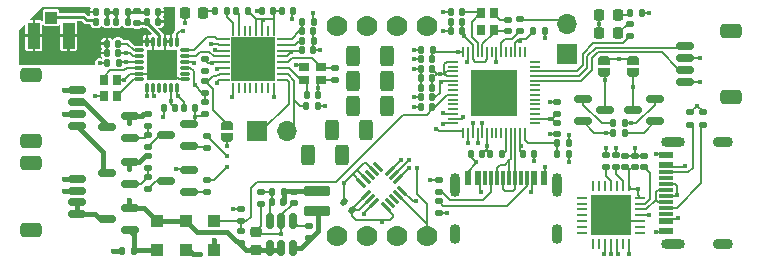
<source format=gbr>
%TF.GenerationSoftware,KiCad,Pcbnew,(6.0.5)*%
%TF.CreationDate,2022-11-18T19:02:11-05:00*%
%TF.ProjectId,SimpleMelt-Hardware,53696d70-6c65-44d6-956c-742d48617264,rev?*%
%TF.SameCoordinates,Original*%
%TF.FileFunction,Copper,L1,Top*%
%TF.FilePolarity,Positive*%
%FSLAX46Y46*%
G04 Gerber Fmt 4.6, Leading zero omitted, Abs format (unit mm)*
G04 Created by KiCad (PCBNEW (6.0.5)) date 2022-11-18 19:02:11*
%MOMM*%
%LPD*%
G01*
G04 APERTURE LIST*
G04 Aperture macros list*
%AMRoundRect*
0 Rectangle with rounded corners*
0 $1 Rounding radius*
0 $2 $3 $4 $5 $6 $7 $8 $9 X,Y pos of 4 corners*
0 Add a 4 corners polygon primitive as box body*
4,1,4,$2,$3,$4,$5,$6,$7,$8,$9,$2,$3,0*
0 Add four circle primitives for the rounded corners*
1,1,$1+$1,$2,$3*
1,1,$1+$1,$4,$5*
1,1,$1+$1,$6,$7*
1,1,$1+$1,$8,$9*
0 Add four rect primitives between the rounded corners*
20,1,$1+$1,$2,$3,$4,$5,0*
20,1,$1+$1,$4,$5,$6,$7,0*
20,1,$1+$1,$6,$7,$8,$9,0*
20,1,$1+$1,$8,$9,$2,$3,0*%
%AMRotRect*
0 Rectangle, with rotation*
0 The origin of the aperture is its center*
0 $1 length*
0 $2 width*
0 $3 Rotation angle, in degrees counterclockwise*
0 Add horizontal line*
21,1,$1,$2,0,0,$3*%
%AMFreePoly0*
4,1,13,0.500000,-0.500000,0.000000,-0.500000,-0.095671,-0.480970,-0.176777,-0.426777,-0.230970,-0.345671,-0.250000,-0.250000,-0.250000,0.250000,-0.230970,0.345671,-0.176777,0.426777,-0.095671,0.480970,0.000000,0.500000,0.500000,0.500000,0.500000,-0.500000,0.500000,-0.500000,$1*%
%AMFreePoly1*
4,1,13,0.095671,0.480970,0.176777,0.426777,0.230970,0.345671,0.250000,0.250000,0.250000,-0.250000,0.230970,-0.345671,0.176777,-0.426777,0.095671,-0.480970,0.000000,-0.500000,-0.500000,-0.500000,-0.500000,0.500000,0.000000,0.500000,0.095671,0.480970,0.095671,0.480970,$1*%
G04 Aperture macros list end*
%TA.AperFunction,SMDPad,CuDef*%
%ADD10RoundRect,0.250000X-0.312500X-0.625000X0.312500X-0.625000X0.312500X0.625000X-0.312500X0.625000X0*%
%TD*%
%TA.AperFunction,SMDPad,CuDef*%
%ADD11RoundRect,0.135000X0.185000X-0.135000X0.185000X0.135000X-0.185000X0.135000X-0.185000X-0.135000X0*%
%TD*%
%TA.AperFunction,SMDPad,CuDef*%
%ADD12RoundRect,0.135000X0.135000X0.185000X-0.135000X0.185000X-0.135000X-0.185000X0.135000X-0.185000X0*%
%TD*%
%TA.AperFunction,SMDPad,CuDef*%
%ADD13RoundRect,0.135000X-0.135000X-0.185000X0.135000X-0.185000X0.135000X0.185000X-0.135000X0.185000X0*%
%TD*%
%TA.AperFunction,SMDPad,CuDef*%
%ADD14FreePoly0,270.000000*%
%TD*%
%TA.AperFunction,SMDPad,CuDef*%
%ADD15FreePoly1,270.000000*%
%TD*%
%TA.AperFunction,SMDPad,CuDef*%
%ADD16RoundRect,0.140000X-0.170000X0.140000X-0.170000X-0.140000X0.170000X-0.140000X0.170000X0.140000X0*%
%TD*%
%TA.AperFunction,SMDPad,CuDef*%
%ADD17R,1.000000X1.000000*%
%TD*%
%TA.AperFunction,SMDPad,CuDef*%
%ADD18RoundRect,0.218750X-0.218750X-0.256250X0.218750X-0.256250X0.218750X0.256250X-0.218750X0.256250X0*%
%TD*%
%TA.AperFunction,SMDPad,CuDef*%
%ADD19RoundRect,0.150000X-0.587500X-0.150000X0.587500X-0.150000X0.587500X0.150000X-0.587500X0.150000X0*%
%TD*%
%TA.AperFunction,SMDPad,CuDef*%
%ADD20RoundRect,0.135000X-0.185000X0.135000X-0.185000X-0.135000X0.185000X-0.135000X0.185000X0.135000X0*%
%TD*%
%TA.AperFunction,SMDPad,CuDef*%
%ADD21RoundRect,0.140000X-0.140000X-0.170000X0.140000X-0.170000X0.140000X0.170000X-0.140000X0.170000X0*%
%TD*%
%TA.AperFunction,ComponentPad*%
%ADD22R,1.700000X1.700000*%
%TD*%
%TA.AperFunction,ComponentPad*%
%ADD23O,1.700000X1.700000*%
%TD*%
%TA.AperFunction,SMDPad,CuDef*%
%ADD24RoundRect,0.225000X0.250000X-0.225000X0.250000X0.225000X-0.250000X0.225000X-0.250000X-0.225000X0*%
%TD*%
%TA.AperFunction,SMDPad,CuDef*%
%ADD25RoundRect,0.140000X0.140000X0.170000X-0.140000X0.170000X-0.140000X-0.170000X0.140000X-0.170000X0*%
%TD*%
%TA.AperFunction,SMDPad,CuDef*%
%ADD26RoundRect,0.140000X0.170000X-0.140000X0.170000X0.140000X-0.170000X0.140000X-0.170000X-0.140000X0*%
%TD*%
%TA.AperFunction,SMDPad,CuDef*%
%ADD27R,1.160000X0.600000*%
%TD*%
%TA.AperFunction,SMDPad,CuDef*%
%ADD28R,1.160000X0.300000*%
%TD*%
%TA.AperFunction,ComponentPad*%
%ADD29O,2.000000X0.900000*%
%TD*%
%TA.AperFunction,ComponentPad*%
%ADD30O,1.700000X0.900000*%
%TD*%
%TA.AperFunction,SMDPad,CuDef*%
%ADD31RoundRect,0.050000X-0.387500X-0.050000X0.387500X-0.050000X0.387500X0.050000X-0.387500X0.050000X0*%
%TD*%
%TA.AperFunction,SMDPad,CuDef*%
%ADD32RoundRect,0.050000X-0.050000X-0.387500X0.050000X-0.387500X0.050000X0.387500X-0.050000X0.387500X0*%
%TD*%
%TA.AperFunction,SMDPad,CuDef*%
%ADD33R,4.000000X4.000000*%
%TD*%
%TA.AperFunction,SMDPad,CuDef*%
%ADD34RoundRect,0.150000X0.587500X0.150000X-0.587500X0.150000X-0.587500X-0.150000X0.587500X-0.150000X0*%
%TD*%
%TA.AperFunction,SMDPad,CuDef*%
%ADD35RoundRect,0.212500X0.887500X-0.212500X0.887500X0.212500X-0.887500X0.212500X-0.887500X-0.212500X0*%
%TD*%
%TA.AperFunction,SMDPad,CuDef*%
%ADD36RoundRect,0.075000X-0.350000X-0.075000X0.350000X-0.075000X0.350000X0.075000X-0.350000X0.075000X0*%
%TD*%
%TA.AperFunction,SMDPad,CuDef*%
%ADD37RoundRect,0.075000X-0.075000X-0.350000X0.075000X-0.350000X0.075000X0.350000X-0.075000X0.350000X0*%
%TD*%
%TA.AperFunction,SMDPad,CuDef*%
%ADD38R,2.650000X2.650000*%
%TD*%
%TA.AperFunction,SMDPad,CuDef*%
%ADD39RoundRect,0.140000X0.219203X0.021213X0.021213X0.219203X-0.219203X-0.021213X-0.021213X-0.219203X0*%
%TD*%
%TA.AperFunction,ComponentPad*%
%ADD40C,1.778000*%
%TD*%
%TA.AperFunction,SMDPad,CuDef*%
%ADD41RotRect,1.000000X0.300000X135.000000*%
%TD*%
%TA.AperFunction,SMDPad,CuDef*%
%ADD42RotRect,0.300000X1.000000X135.000000*%
%TD*%
%TA.AperFunction,SMDPad,CuDef*%
%ADD43R,0.600000X1.160000*%
%TD*%
%TA.AperFunction,SMDPad,CuDef*%
%ADD44R,0.300000X1.160000*%
%TD*%
%TA.AperFunction,ComponentPad*%
%ADD45O,0.900000X2.000000*%
%TD*%
%TA.AperFunction,ComponentPad*%
%ADD46O,0.900000X1.700000*%
%TD*%
%TA.AperFunction,SMDPad,CuDef*%
%ADD47RoundRect,0.062500X0.337500X0.062500X-0.337500X0.062500X-0.337500X-0.062500X0.337500X-0.062500X0*%
%TD*%
%TA.AperFunction,SMDPad,CuDef*%
%ADD48RoundRect,0.062500X0.062500X0.337500X-0.062500X0.337500X-0.062500X-0.337500X0.062500X-0.337500X0*%
%TD*%
%TA.AperFunction,SMDPad,CuDef*%
%ADD49R,3.350000X3.350000*%
%TD*%
%TA.AperFunction,SMDPad,CuDef*%
%ADD50R,0.800000X0.900000*%
%TD*%
%TA.AperFunction,SMDPad,CuDef*%
%ADD51RoundRect,0.147500X0.172500X-0.147500X0.172500X0.147500X-0.172500X0.147500X-0.172500X-0.147500X0*%
%TD*%
%TA.AperFunction,SMDPad,CuDef*%
%ADD52RoundRect,0.150000X-0.150000X0.512500X-0.150000X-0.512500X0.150000X-0.512500X0.150000X0.512500X0*%
%TD*%
%TA.AperFunction,SMDPad,CuDef*%
%ADD53FreePoly0,90.000000*%
%TD*%
%TA.AperFunction,SMDPad,CuDef*%
%ADD54FreePoly1,90.000000*%
%TD*%
%TA.AperFunction,SMDPad,CuDef*%
%ADD55RoundRect,0.150000X-0.625000X0.150000X-0.625000X-0.150000X0.625000X-0.150000X0.625000X0.150000X0*%
%TD*%
%TA.AperFunction,SMDPad,CuDef*%
%ADD56RoundRect,0.250000X-0.650000X0.350000X-0.650000X-0.350000X0.650000X-0.350000X0.650000X0.350000X0*%
%TD*%
%TA.AperFunction,SMDPad,CuDef*%
%ADD57R,1.000000X1.050000*%
%TD*%
%TA.AperFunction,SMDPad,CuDef*%
%ADD58R,1.050000X2.200000*%
%TD*%
%TA.AperFunction,SMDPad,CuDef*%
%ADD59RoundRect,0.147500X0.147500X0.172500X-0.147500X0.172500X-0.147500X-0.172500X0.147500X-0.172500X0*%
%TD*%
%TA.AperFunction,SMDPad,CuDef*%
%ADD60R,0.900000X0.800000*%
%TD*%
%TA.AperFunction,SMDPad,CuDef*%
%ADD61RoundRect,0.062500X-0.062500X0.337500X-0.062500X-0.337500X0.062500X-0.337500X0.062500X0.337500X0*%
%TD*%
%TA.AperFunction,SMDPad,CuDef*%
%ADD62RoundRect,0.062500X-0.337500X0.062500X-0.337500X-0.062500X0.337500X-0.062500X0.337500X0.062500X0*%
%TD*%
%TA.AperFunction,SMDPad,CuDef*%
%ADD63R,3.700000X3.700000*%
%TD*%
%TA.AperFunction,SMDPad,CuDef*%
%ADD64RoundRect,0.150000X0.625000X-0.150000X0.625000X0.150000X-0.625000X0.150000X-0.625000X-0.150000X0*%
%TD*%
%TA.AperFunction,SMDPad,CuDef*%
%ADD65RoundRect,0.250000X0.650000X-0.350000X0.650000X0.350000X-0.650000X0.350000X-0.650000X-0.350000X0*%
%TD*%
%TA.AperFunction,ViaPad*%
%ADD66C,0.400000*%
%TD*%
%TA.AperFunction,Conductor*%
%ADD67C,0.406400*%
%TD*%
%TA.AperFunction,Conductor*%
%ADD68C,0.203200*%
%TD*%
%TA.AperFunction,Conductor*%
%ADD69C,0.200000*%
%TD*%
%TA.AperFunction,Conductor*%
%ADD70C,0.279400*%
%TD*%
G04 APERTURE END LIST*
D10*
%TO.P,R10,1*%
%TO.N,unconnected-(R10-Pad1)*%
X-6262500Y-2000000D03*
%TO.P,R10,2*%
%TO.N,unconnected-(R10-Pad2)*%
X-3337500Y-2000000D03*
%TD*%
%TO.P,R9,1*%
%TO.N,unconnected-(R9-Pad1)*%
X-4262500Y100000D03*
%TO.P,R9,2*%
%TO.N,unconnected-(R9-Pad2)*%
X-1337500Y100000D03*
%TD*%
%TO.P,R8,1*%
%TO.N,unconnected-(R8-Pad1)*%
X-2462500Y4300000D03*
%TO.P,R8,2*%
%TO.N,unconnected-(R8-Pad2)*%
X462500Y4300000D03*
%TD*%
%TO.P,R7,1*%
%TO.N,unconnected-(R7-Pad1)*%
X-2462500Y6400000D03*
%TO.P,R7,2*%
%TO.N,unconnected-(R7-Pad2)*%
X462500Y6400000D03*
%TD*%
%TO.P,R6,1*%
%TO.N,unconnected-(R6-Pad1)*%
X-2452500Y2200000D03*
%TO.P,R6,2*%
%TO.N,unconnected-(R6-Pad2)*%
X472500Y2200000D03*
%TD*%
D11*
%TO.P,R52,1*%
%TO.N,Net-(R52-Pad1)*%
X19800000Y-3030000D03*
%TO.P,R52,2*%
%TO.N,+3V3*%
X19800000Y-2010000D03*
%TD*%
D12*
%TO.P,R60,1*%
%TO.N,+3V3*%
X-5765000Y9300000D03*
%TO.P,R60,2*%
%TO.N,Net-(C64-Pad2)*%
X-6785000Y9300000D03*
%TD*%
D13*
%TO.P,R63,1*%
%TO.N,CHIP_EN*%
X-12385000Y10175000D03*
%TO.P,R63,2*%
%TO.N,+3V3*%
X-11365000Y10175000D03*
%TD*%
D14*
%TO.P,JP2,1,A*%
%TO.N,GND*%
X18800000Y6100000D03*
D15*
%TO.P,JP2,2,B*%
%TO.N,E_EN*%
X18800000Y4900000D03*
%TD*%
D16*
%TO.P,C50,1*%
%TO.N,GND*%
X22200000Y-2040000D03*
%TO.P,C50,2*%
%TO.N,Net-(C50-Pad2)*%
X22200000Y-3000000D03*
%TD*%
D17*
%TO.P,D42,1,K*%
%TO.N,SNS_VIN*%
X-14200000Y-7550000D03*
%TO.P,D42,2,A*%
%TO.N,GND*%
X-14200000Y-10050000D03*
%TD*%
D18*
%TO.P,D60,1,K*%
%TO.N,GND*%
X-16687500Y10000000D03*
%TO.P,D60,2,A*%
%TO.N,Net-(D60-Pad2)*%
X-15112500Y10000000D03*
%TD*%
D17*
%TO.P,D20,1,K*%
%TO.N,VCC*%
X-16600000Y-7550000D03*
%TO.P,D20,2,A*%
%TO.N,VBUS*%
X-16600000Y-10050000D03*
%TD*%
D19*
%TO.P,Q50,1,B*%
%TO.N,Net-(Q50-Pad1)*%
X17025000Y2750000D03*
%TO.P,Q50,2,E*%
%TO.N,CP_RTS*%
X17025000Y850000D03*
%TO.P,Q50,3,C*%
%TO.N,E_EN*%
X18900000Y1800000D03*
%TD*%
D20*
%TO.P,R33,1*%
%TO.N,VCC*%
X-19800000Y1510000D03*
%TO.P,R33,2*%
%TO.N,Net-(Q32-Pad1)*%
X-19800000Y490000D03*
%TD*%
D16*
%TO.P,C12,1*%
%TO.N,GND*%
X10700000Y9480000D03*
%TO.P,C12,2*%
%TO.N,Net-(C12-Pad2)*%
X10700000Y8520000D03*
%TD*%
D21*
%TO.P,C63,1*%
%TO.N,+3V3*%
X-8455000Y10175000D03*
%TO.P,C63,2*%
%TO.N,GND*%
X-7495000Y10175000D03*
%TD*%
D11*
%TO.P,R41,1*%
%TO.N,LED_MISC*%
X21000000Y8090000D03*
%TO.P,R41,2*%
%TO.N,Net-(D41-Pad2)*%
X21000000Y9110000D03*
%TD*%
D21*
%TO.P,C10,1*%
%TO.N,GND*%
X5820000Y8500000D03*
%TO.P,C10,2*%
%TO.N,+3V3*%
X6780000Y8500000D03*
%TD*%
D18*
%TO.P,D40,1,K*%
%TO.N,GND*%
X18412500Y9900000D03*
%TO.P,D40,2,A*%
%TO.N,Net-(D40-Pad2)*%
X19987500Y9900000D03*
%TD*%
D21*
%TO.P,C62,1*%
%TO.N,+3V3*%
X-6755000Y6900000D03*
%TO.P,C62,2*%
%TO.N,GND*%
X-5795000Y6900000D03*
%TD*%
D20*
%TO.P,R56,1*%
%TO.N,GND*%
X4800000Y-4100000D03*
%TO.P,R56,2*%
%TO.N,Net-(R56-Pad2)*%
X4800000Y-5120000D03*
%TD*%
D13*
%TO.P,R51,1*%
%TO.N,CP_RTS*%
X19552500Y-100000D03*
%TO.P,R51,2*%
%TO.N,Net-(Q51-Pad1)*%
X20572500Y-100000D03*
%TD*%
D14*
%TO.P,JP60,1,A*%
%TO.N,GPIO0*%
X-13100000Y600000D03*
D15*
%TO.P,JP60,2,B*%
%TO.N,GND*%
X-13100000Y-600000D03*
%TD*%
D22*
%TO.P,J2,1,Pin_1*%
%TO.N,E_RXD*%
X15700000Y6525000D03*
D23*
%TO.P,J2,2,Pin_2*%
%TO.N,E_TXD*%
X15700000Y9065000D03*
%TD*%
D24*
%TO.P,C20,1*%
%TO.N,VCC*%
X-10700000Y-10075000D03*
%TO.P,C20,2*%
%TO.N,GND*%
X-10700000Y-8525000D03*
%TD*%
D21*
%TO.P,C4,1*%
%TO.N,GND*%
X7520000Y-1900000D03*
%TO.P,C4,2*%
%TO.N,+3V3*%
X8480000Y-1900000D03*
%TD*%
D20*
%TO.P,R54,1*%
%TO.N,GND*%
X27200000Y1610000D03*
%TO.P,R54,2*%
%TO.N,Net-(R54-Pad2)*%
X27200000Y590000D03*
%TD*%
D16*
%TO.P,C52,1*%
%TO.N,GND*%
X20600000Y-2040000D03*
%TO.P,C52,2*%
%TO.N,VBUS*%
X20600000Y-3000000D03*
%TD*%
D25*
%TO.P,C102,1*%
%TO.N,Net-(C102-Pad1)*%
X-23240000Y10100000D03*
%TO.P,C102,2*%
%TO.N,GND*%
X-24200000Y10100000D03*
%TD*%
D26*
%TO.P,C7,1*%
%TO.N,GND*%
X14800000Y-200000D03*
%TO.P,C7,2*%
%TO.N,+3V3*%
X14800000Y760000D03*
%TD*%
D12*
%TO.P,R67,1*%
%TO.N,GPIO16*%
X-13090000Y10175000D03*
%TO.P,R67,2*%
%TO.N,Net-(D60-Pad2)*%
X-14110000Y10175000D03*
%TD*%
D27*
%TO.P,U51,A1,GND*%
%TO.N,GND*%
X24090000Y-8400000D03*
%TO.P,U51,A4,VBUS*%
%TO.N,VBUS*%
X24090000Y-7600000D03*
D28*
%TO.P,U51,A5,CC1*%
%TO.N,Net-(R54-Pad2)*%
X24090000Y-6450000D03*
%TO.P,U51,A6,D+*%
%TO.N,Net-(U50-Pad4)*%
X24090000Y-5450000D03*
%TO.P,U51,A7,D-*%
%TO.N,Net-(U50-Pad5)*%
X24090000Y-4950000D03*
%TO.P,U51,A8,SBU1*%
%TO.N,unconnected-(U51-PadA8)*%
X24090000Y-3950000D03*
D27*
%TO.P,U51,A9,VBUS*%
%TO.N,VBUS*%
X24090000Y-2800000D03*
%TO.P,U51,A12,GND*%
%TO.N,GND*%
X24090000Y-2000000D03*
%TO.P,U51,B1,GND*%
X24090000Y-2000000D03*
%TO.P,U51,B4,VBUS*%
%TO.N,VBUS*%
X24090000Y-2800000D03*
D28*
%TO.P,U51,B5,CC2*%
%TO.N,Net-(R55-Pad2)*%
X24090000Y-3450000D03*
%TO.P,U51,B6,D+*%
%TO.N,Net-(U50-Pad4)*%
X24090000Y-4450000D03*
%TO.P,U51,B7,D-*%
%TO.N,Net-(U50-Pad5)*%
X24090000Y-5950000D03*
%TO.P,U51,B8,SBU2*%
%TO.N,unconnected-(U51-PadB8)*%
X24090000Y-6950000D03*
D27*
%TO.P,U51,B9,VBUS*%
%TO.N,VBUS*%
X24090000Y-7600000D03*
%TO.P,U51,B12,GND*%
%TO.N,GND*%
X24090000Y-8400000D03*
D29*
%TO.P,U51,S1,SHIELD*%
%TO.N,unconnected-(U51-PadS1)*%
X24670000Y-9520000D03*
X24670000Y-880000D03*
D30*
X28840000Y-9520000D03*
X28840000Y-880000D03*
%TD*%
D25*
%TO.P,C13,1*%
%TO.N,E_EN*%
X4280000Y6100000D03*
%TO.P,C13,2*%
%TO.N,GND*%
X3320000Y6100000D03*
%TD*%
%TO.P,C61,1*%
%TO.N,GND*%
X-5420000Y3075000D03*
%TO.P,C61,2*%
%TO.N,Net-(C61-Pad2)*%
X-6380000Y3075000D03*
%TD*%
D13*
%TO.P,R4,1*%
%TO.N,Net-(R4-Pad1)*%
X14790000Y-1900000D03*
%TO.P,R4,2*%
%TO.N,+3V3*%
X15810000Y-1900000D03*
%TD*%
D18*
%TO.P,D41,1,K*%
%TO.N,GND*%
X18412500Y8300000D03*
%TO.P,D41,2,A*%
%TO.N,Net-(D41-Pad2)*%
X19987500Y8300000D03*
%TD*%
D12*
%TO.P,R50,1*%
%TO.N,CP_DTR*%
X20572500Y700000D03*
%TO.P,R50,2*%
%TO.N,Net-(Q50-Pad1)*%
X19552500Y700000D03*
%TD*%
D11*
%TO.P,R36,1*%
%TO.N,Net-(Q33-Pad1)*%
X-14800000Y-1410000D03*
%TO.P,R36,2*%
%TO.N,LED_2*%
X-14800000Y-390000D03*
%TD*%
D12*
%TO.P,R20,1*%
%TO.N,+3V3*%
X-8290000Y-5100000D03*
%TO.P,R20,2*%
%TO.N,Net-(C22-Pad2)*%
X-9310000Y-5100000D03*
%TD*%
D25*
%TO.P,C11,1*%
%TO.N,Net-(C11-Pad1)*%
X6780000Y10100000D03*
%TO.P,C11,2*%
%TO.N,GND*%
X5820000Y10100000D03*
%TD*%
D21*
%TO.P,C70,1*%
%TO.N,Net-(C70-Pad1)*%
X-16780000Y1950000D03*
%TO.P,C70,2*%
%TO.N,GND*%
X-15820000Y1950000D03*
%TD*%
D31*
%TO.P,U1,1,VDDA*%
%TO.N,+3V3*%
X6062500Y5900000D03*
%TO.P,U1,2,LNA_IN*%
%TO.N,unconnected-(U1-Pad2)*%
X6062500Y5500000D03*
%TO.P,U1,3,VDD3P3*%
%TO.N,+3V3*%
X6062500Y5100000D03*
%TO.P,U1,4,VDD3P3*%
X6062500Y4700000D03*
%TO.P,U1,5,GPIO0*%
%TO.N,E_IO0*%
X6062500Y4300000D03*
%TO.P,U1,6,GPIO1*%
%TO.N,unconnected-(U1-Pad6)*%
X6062500Y3900000D03*
%TO.P,U1,7,GPIO2*%
%TO.N,unconnected-(U1-Pad7)*%
X6062500Y3500000D03*
%TO.P,U1,8,GPIO3*%
%TO.N,SNS_VIN*%
X6062500Y3100000D03*
%TO.P,U1,9,GPIO4*%
%TO.N,unconnected-(U1-Pad9)*%
X6062500Y2700000D03*
%TO.P,U1,10,GPIO5*%
%TO.N,unconnected-(U1-Pad10)*%
X6062500Y2300000D03*
%TO.P,U1,11,GPIO6*%
%TO.N,unconnected-(U1-Pad11)*%
X6062500Y1900000D03*
%TO.P,U1,12,GPIO7*%
%TO.N,X_TX*%
X6062500Y1500000D03*
%TO.P,U1,13,GPIO8*%
%TO.N,X_RX*%
X6062500Y1100000D03*
%TO.P,U1,14,GPIO9*%
%TO.N,LED_2*%
X6062500Y700000D03*
D32*
%TO.P,U1,15,GPIO10*%
%TO.N,LED_1*%
X6900000Y-137500D03*
%TO.P,U1,16,GPIO11*%
%TO.N,P_SCK*%
X7300000Y-137500D03*
%TO.P,U1,17,GPIO12*%
%TO.N,A1_CS*%
X7700000Y-137500D03*
%TO.P,U1,18,GPIO13*%
%TO.N,P_MOSI*%
X8100000Y-137500D03*
%TO.P,U1,19,GPIO14*%
%TO.N,P_MISO*%
X8500000Y-137500D03*
%TO.P,U1,20,VDD3P3_RTC*%
%TO.N,+3V3*%
X8900000Y-137500D03*
%TO.P,U1,21,XTAL32K_P*%
%TO.N,unconnected-(U1-Pad21)*%
X9300000Y-137500D03*
%TO.P,U1,22,XTAL_32K_N*%
%TO.N,unconnected-(U1-Pad22)*%
X9700000Y-137500D03*
%TO.P,U1,23,DAC_1*%
%TO.N,unconnected-(U1-Pad23)*%
X10100000Y-137500D03*
%TO.P,U1,24,DAC_2*%
%TO.N,Net-(R3-Pad1)*%
X10500000Y-137500D03*
%TO.P,U1,25,GPIO19*%
%TO.N,E_D-*%
X10900000Y-137500D03*
%TO.P,U1,26,GPIO20*%
%TO.N,E_D+*%
X11300000Y-137500D03*
%TO.P,U1,27,VDD3P3_RTC_IO*%
%TO.N,+3V3*%
X11700000Y-137500D03*
%TO.P,U1,28,GPIO21*%
%TO.N,Net-(R4-Pad1)*%
X12100000Y-137500D03*
D31*
%TO.P,U1,29,29SPIS1*%
%TO.N,unconnected-(U1-Pad29)*%
X12937500Y700000D03*
%TO.P,U1,30,VDD_SPI*%
%TO.N,+3V3*%
X12937500Y1100000D03*
%TO.P,U1,31,SPIHD*%
%TO.N,unconnected-(U1-Pad31)*%
X12937500Y1500000D03*
%TO.P,U1,32,SPIWD*%
%TO.N,unconnected-(U1-Pad32)*%
X12937500Y1900000D03*
%TO.P,U1,33,SPIS0*%
%TO.N,unconnected-(U1-Pad33)*%
X12937500Y2300000D03*
%TO.P,U1,34,SPICLK*%
%TO.N,unconnected-(U1-Pad34)*%
X12937500Y2700000D03*
%TO.P,U1,35,SPIQ*%
%TO.N,unconnected-(U1-Pad35)*%
X12937500Y3100000D03*
%TO.P,U1,36,SPID*%
%TO.N,unconnected-(U1-Pad36)*%
X12937500Y3500000D03*
%TO.P,U1,37,GPIO33*%
%TO.N,unconnected-(U1-Pad37)*%
X12937500Y3900000D03*
%TO.P,U1,38,GPIO34*%
%TO.N,PPM_F*%
X12937500Y4300000D03*
%TO.P,U1,39,GPIO35*%
%TO.N,PPM_B*%
X12937500Y4700000D03*
%TO.P,U1,40,GPIO36*%
%TO.N,LED_MISC*%
X12937500Y5100000D03*
%TO.P,U1,41,GPIO37*%
%TO.N,unconnected-(U1-Pad41)*%
X12937500Y5500000D03*
%TO.P,U1,42,GPIO38*%
%TO.N,unconnected-(U1-Pad42)*%
X12937500Y5900000D03*
D32*
%TO.P,U1,43,MTCK*%
%TO.N,unconnected-(U1-Pad43)*%
X12100000Y6737500D03*
%TO.P,U1,44,MTDO*%
%TO.N,unconnected-(U1-Pad44)*%
X11700000Y6737500D03*
%TO.P,U1,45,VDD3P3_CPU*%
%TO.N,+3V3*%
X11300000Y6737500D03*
%TO.P,U1,46,MTDI*%
%TO.N,unconnected-(U1-Pad46)*%
X10900000Y6737500D03*
%TO.P,U1,47,MTMS*%
%TO.N,unconnected-(U1-Pad47)*%
X10500000Y6737500D03*
%TO.P,U1,48,U0TXD*%
%TO.N,Net-(R2-Pad2)*%
X10100000Y6737500D03*
%TO.P,U1,49,U0RXD*%
%TO.N,E_RXD*%
X9700000Y6737500D03*
%TO.P,U1,50,GPIO45*%
%TO.N,unconnected-(U1-Pad50)*%
X9300000Y6737500D03*
%TO.P,U1,51,VDDA*%
%TO.N,+3V3*%
X8900000Y6737500D03*
%TO.P,U1,52,XTAL_N*%
%TO.N,Net-(C12-Pad2)*%
X8500000Y6737500D03*
%TO.P,U1,53,XTAL_P*%
%TO.N,Net-(C11-Pad1)*%
X8100000Y6737500D03*
%TO.P,U1,54,VDDA*%
%TO.N,+3V3*%
X7700000Y6737500D03*
%TO.P,U1,55,GPIO46*%
%TO.N,A2_CS*%
X7300000Y6737500D03*
%TO.P,U1,56,CHIP_PU*%
%TO.N,E_EN*%
X6900000Y6737500D03*
D33*
%TO.P,U1,57,EPAD*%
%TO.N,GND*%
X9500000Y3300000D03*
%TD*%
D21*
%TO.P,C9,1*%
%TO.N,GND*%
X5820000Y9300000D03*
%TO.P,C9,2*%
%TO.N,+3V3*%
X6780000Y9300000D03*
%TD*%
D34*
%TO.P,Q20,1,G*%
%TO.N,Net-(D21-Pad2)*%
X-21362500Y-8350000D03*
%TO.P,Q20,2,S*%
%TO.N,VCC*%
X-21362500Y-6450000D03*
%TO.P,Q20,3,D*%
%TO.N,Net-(J202-Pad3)*%
X-23237500Y-7400000D03*
%TD*%
D25*
%TO.P,C74,1*%
%TO.N,Net-(C74-Pad1)*%
X-22320000Y7450000D03*
%TO.P,C74,2*%
%TO.N,GND*%
X-23280000Y7450000D03*
%TD*%
D12*
%TO.P,R1,1*%
%TO.N,E_EN*%
X4310000Y6900000D03*
%TO.P,R1,2*%
%TO.N,+3V3*%
X3290000Y6900000D03*
%TD*%
D35*
%TO.P,L20,1,1*%
%TO.N,Net-(C21-Pad2)*%
X-5500000Y-6725000D03*
%TO.P,L20,2,2*%
%TO.N,+3V3*%
X-5500000Y-5075000D03*
%TD*%
D11*
%TO.P,R32,1*%
%TO.N,Net-(Q31-Pad1)*%
X-14800000Y-5110000D03*
%TO.P,R32,2*%
%TO.N,LED_1*%
X-14800000Y-4090000D03*
%TD*%
D20*
%TO.P,R43,1*%
%TO.N,GND*%
X-11900000Y-6590000D03*
%TO.P,R43,2*%
%TO.N,SNS_VIN*%
X-11900000Y-7610000D03*
%TD*%
%TO.P,R2,1*%
%TO.N,E_TXD*%
X11700000Y9510000D03*
%TO.P,R2,2*%
%TO.N,Net-(R2-Pad2)*%
X11700000Y8490000D03*
%TD*%
D16*
%TO.P,C6,1*%
%TO.N,GND*%
X14800000Y2460000D03*
%TO.P,C6,2*%
%TO.N,+3V3*%
X14800000Y1500000D03*
%TD*%
D25*
%TO.P,C14,1*%
%TO.N,E_IO0*%
X4280000Y2900000D03*
%TO.P,C14,2*%
%TO.N,GND*%
X3320000Y2900000D03*
%TD*%
%TO.P,C104,1*%
%TO.N,Net-(C101-Pad1)*%
X-21525000Y10100000D03*
%TO.P,C104,2*%
%TO.N,Net-(C102-Pad1)*%
X-22485000Y10100000D03*
%TD*%
D21*
%TO.P,C1,1*%
%TO.N,GND*%
X3320000Y5300000D03*
%TO.P,C1,2*%
%TO.N,+3V3*%
X4280000Y5300000D03*
%TD*%
D36*
%TO.P,U70,1,VR_PA*%
%TO.N,Net-(C74-Pad1)*%
X-20580000Y6905000D03*
%TO.P,U70,2,VDD_IN*%
%TO.N,Net-(C70-Pad1)*%
X-20580000Y6405000D03*
%TO.P,U70,3,NRESET*%
%TO.N,GPIO2*%
X-20580000Y5905000D03*
%TO.P,U70,4,XTA*%
%TO.N,Net-(U70-Pad4)*%
X-20580000Y5405000D03*
%TO.P,U70,5,GND*%
%TO.N,GND*%
X-20580000Y4905000D03*
%TO.P,U70,6,XTB*%
%TO.N,Net-(U70-Pad6)*%
X-20580000Y4405000D03*
D37*
%TO.P,U70,7,BUSY*%
%TO.N,GPIO5*%
X-19880000Y3705000D03*
%TO.P,U70,8,DIO1*%
%TO.N,GPIO4*%
X-19380000Y3705000D03*
%TO.P,U70,9,DIO2*%
%TO.N,unconnected-(U70-Pad9)*%
X-18880000Y3705000D03*
%TO.P,U70,10,DIO3*%
%TO.N,unconnected-(U70-Pad10)*%
X-18380000Y3705000D03*
%TO.P,U70,11,VBAT_IO*%
%TO.N,+3V3*%
X-17880000Y3705000D03*
%TO.P,U70,12,DCC_FB*%
%TO.N,Net-(C70-Pad1)*%
X-17380000Y3705000D03*
D36*
%TO.P,U70,13,GND*%
%TO.N,GND*%
X-16680000Y4405000D03*
%TO.P,U70,14,DCC_SW*%
%TO.N,unconnected-(U70-Pad14)*%
X-16680000Y4905000D03*
%TO.P,U70,15,VBAT*%
%TO.N,+3V3*%
X-16680000Y5405000D03*
%TO.P,U70,16,MISO_TX*%
%TO.N,GPIO12*%
X-16680000Y5905000D03*
%TO.P,U70,17,MOSI_RX*%
%TO.N,GPIO13*%
X-16680000Y6405000D03*
%TO.P,U70,18,SCK_RTSN*%
%TO.N,GPIO14*%
X-16680000Y6905000D03*
D37*
%TO.P,U70,19,NSS_CTS*%
%TO.N,GPIO15*%
X-17380000Y7605000D03*
%TO.P,U70,20,GND*%
%TO.N,GND*%
X-17880000Y7605000D03*
%TO.P,U70,21,GND*%
X-18380000Y7605000D03*
%TO.P,U70,22,RFIO*%
%TO.N,Net-(C100-Pad1)*%
X-18880000Y7605000D03*
%TO.P,U70,23,GND*%
%TO.N,GND*%
X-19380000Y7605000D03*
%TO.P,U70,24,GND*%
X-19880000Y7605000D03*
D38*
%TO.P,U70,25,GND_PAD*%
X-18630000Y5655000D03*
%TD*%
D34*
%TO.P,Q33,1,G*%
%TO.N,Net-(Q33-Pad1)*%
X-16362500Y-1250000D03*
%TO.P,Q33,2,S*%
%TO.N,GND*%
X-16362500Y650000D03*
%TO.P,Q33,3,D*%
%TO.N,Net-(Q33-Pad3)*%
X-18237500Y-300000D03*
%TD*%
D16*
%TO.P,C51,1*%
%TO.N,GND*%
X21400000Y-2040000D03*
%TO.P,C51,2*%
%TO.N,VBUS*%
X21400000Y-3000000D03*
%TD*%
D20*
%TO.P,R66,1*%
%TO.N,GPIO15*%
X-15000000Y6110000D03*
%TO.P,R66,2*%
%TO.N,GND*%
X-15000000Y5090000D03*
%TD*%
D39*
%TO.P,C31,1*%
%TO.N,+3V3*%
X-2560589Y-6639411D03*
%TO.P,C31,2*%
%TO.N,GND*%
X-3239411Y-5960589D03*
%TD*%
D20*
%TO.P,R55,1*%
%TO.N,GND*%
X26100000Y1610000D03*
%TO.P,R55,2*%
%TO.N,Net-(R55-Pad2)*%
X26100000Y590000D03*
%TD*%
D21*
%TO.P,C3,1*%
%TO.N,GND*%
X3320000Y4500000D03*
%TO.P,C3,2*%
%TO.N,+3V3*%
X4280000Y4500000D03*
%TD*%
D40*
%TO.P,U30,1,CS*%
%TO.N,A2_CS*%
X3810000Y8890000D03*
%TO.P,U30,2,SA0*%
%TO.N,P_MISO*%
X1270000Y8890000D03*
%TO.P,U30,3,INT2*%
%TO.N,unconnected-(U30-Pad3)*%
X-1270000Y8890000D03*
%TO.P,U30,4,INT1*%
%TO.N,unconnected-(U30-Pad4)*%
X-3810000Y8890000D03*
%TO.P,U30,5,GND*%
%TO.N,GND*%
X-3810000Y-8890000D03*
%TO.P,U30,6,3V3*%
%TO.N,+3V3*%
X-1270000Y-8890000D03*
%TO.P,U30,7,SDA*%
%TO.N,P_MOSI*%
X1270000Y-8890000D03*
%TO.P,U30,8,SCL*%
%TO.N,P_SCK*%
X3810000Y-8890000D03*
%TD*%
D12*
%TO.P,R40,1*%
%TO.N,+3V3*%
X22010000Y10000000D03*
%TO.P,R40,2*%
%TO.N,Net-(D40-Pad2)*%
X20990000Y10000000D03*
%TD*%
D41*
%TO.P,U31,1,VDDIO*%
%TO.N,+3V3*%
X318198Y-6432412D03*
%TO.P,U31,2,NC*%
%TO.N,unconnected-(U31-Pad2)*%
X671751Y-6078858D03*
%TO.P,U31,3,NC*%
%TO.N,unconnected-(U31-Pad3)*%
X1025305Y-5725305D03*
%TO.P,U31,4,SCK*%
%TO.N,P_SCK*%
X1378858Y-5371751D03*
%TO.P,U31,5,GND*%
%TO.N,GND*%
X1732412Y-5018198D03*
D42*
%TO.P,U31,6,MOSI*%
%TO.N,P_MOSI*%
X1378858Y-4028249D03*
%TO.P,U31,7,MISO*%
%TO.N,P_MISO*%
X1025305Y-3674695D03*
%TO.P,U31,8,CS*%
%TO.N,A1_CS*%
X671751Y-3321142D03*
D41*
%TO.P,U31,9,INT2*%
%TO.N,unconnected-(U31-Pad9)*%
X-318198Y-2967588D03*
%TO.P,U31,10,GNDR*%
%TO.N,GND*%
X-671751Y-3321142D03*
%TO.P,U31,11,INT1*%
%TO.N,unconnected-(U31-Pad11)*%
X-1025305Y-3674695D03*
%TO.P,U31,12,GND*%
%TO.N,GND*%
X-1378858Y-4028249D03*
%TO.P,U31,13,GND*%
X-1732412Y-4381802D03*
D42*
%TO.P,U31,14,VDD*%
%TO.N,+3V3*%
X-1378858Y-5371751D03*
%TO.P,U31,15,VDDR*%
X-1025305Y-5725305D03*
%TO.P,U31,16,GND*%
%TO.N,GND*%
X-671751Y-6078858D03*
%TD*%
D43*
%TO.P,U52,A1,GND*%
%TO.N,GND*%
X7300000Y-3915000D03*
%TO.P,U52,A4,VBUS*%
%TO.N,VBUS*%
X8100000Y-3915000D03*
D44*
%TO.P,U52,A5,CC1*%
%TO.N,Net-(R56-Pad2)*%
X9250000Y-3915000D03*
%TO.P,U52,A6,D+*%
%TO.N,E_D+*%
X10250000Y-3915000D03*
%TO.P,U52,A7,D-*%
%TO.N,E_D-*%
X10750000Y-3915000D03*
%TO.P,U52,A8,SBU1*%
%TO.N,unconnected-(U52-PadA8)*%
X11750000Y-3915000D03*
D43*
%TO.P,U52,A9,VBUS*%
%TO.N,VBUS*%
X12900000Y-3915000D03*
%TO.P,U52,A12,GND*%
%TO.N,GND*%
X13700000Y-3915000D03*
%TO.P,U52,B1,GND*%
X13700000Y-3915000D03*
%TO.P,U52,B4,VBUS*%
%TO.N,VBUS*%
X12900000Y-3915000D03*
D44*
%TO.P,U52,B5,CC2*%
%TO.N,Net-(R57-Pad2)*%
X12250000Y-3915000D03*
%TO.P,U52,B6,D+*%
%TO.N,E_D+*%
X11250000Y-3915000D03*
%TO.P,U52,B7,D-*%
%TO.N,E_D-*%
X9750000Y-3915000D03*
%TO.P,U52,B8,SBU2*%
%TO.N,unconnected-(U52-PadB8)*%
X8750000Y-3915000D03*
D43*
%TO.P,U52,B9,VBUS*%
%TO.N,VBUS*%
X8100000Y-3915000D03*
%TO.P,U52,B12,GND*%
%TO.N,GND*%
X7300000Y-3915000D03*
D45*
%TO.P,U52,S1,SHIELD*%
%TO.N,unconnected-(U52-PadS1)*%
X6180000Y-4495000D03*
D46*
X14820000Y-8665000D03*
X6180000Y-8665000D03*
D45*
X14820000Y-4495000D03*
%TD*%
D34*
%TO.P,Q30,1,G*%
%TO.N,Net-(Q30-Pad1)*%
X-21362500Y-4450000D03*
%TO.P,Q30,2,S*%
%TO.N,VCC*%
X-21362500Y-2550000D03*
%TO.P,Q30,3,D*%
%TO.N,/LED1/LED_out*%
X-23237500Y-3500000D03*
%TD*%
D20*
%TO.P,R65,1*%
%TO.N,GPIO0*%
X-15000000Y4310000D03*
%TO.P,R65,2*%
%TO.N,+3V3*%
X-15000000Y3290000D03*
%TD*%
D25*
%TO.P,C5,1*%
%TO.N,GND*%
X12880000Y-1900000D03*
%TO.P,C5,2*%
%TO.N,+3V3*%
X11920000Y-1900000D03*
%TD*%
D12*
%TO.P,R64,1*%
%TO.N,GPIO2*%
X-22290000Y5800000D03*
%TO.P,R64,2*%
%TO.N,+3V3*%
X-23310000Y5800000D03*
%TD*%
D25*
%TO.P,C65,1*%
%TO.N,+3V3*%
X-9195000Y10175000D03*
%TO.P,C65,2*%
%TO.N,GND*%
X-10155000Y10175000D03*
%TD*%
D47*
%TO.P,U50,1,DCD*%
%TO.N,unconnected-(U50-Pad1)*%
X21850000Y-8600000D03*
%TO.P,U50,2,RI*%
%TO.N,unconnected-(U50-Pad2)*%
X21850000Y-8100000D03*
%TO.P,U50,3,GND*%
%TO.N,GND*%
X21850000Y-7600000D03*
%TO.P,U50,4,D+*%
%TO.N,Net-(U50-Pad4)*%
X21850000Y-7100000D03*
%TO.P,U50,5,D-*%
%TO.N,Net-(U50-Pad5)*%
X21850000Y-6600000D03*
%TO.P,U50,6,VDD*%
%TO.N,Net-(C50-Pad2)*%
X21850000Y-6100000D03*
%TO.P,U50,7,REGIN*%
%TO.N,VBUS*%
X21850000Y-5600000D03*
D48*
%TO.P,U50,8,VBUS*%
X20900000Y-4650000D03*
%TO.P,U50,9,RST*%
%TO.N,Net-(R52-Pad1)*%
X20400000Y-4650000D03*
%TO.P,U50,10*%
%TO.N,N/C*%
X19900000Y-4650000D03*
%TO.P,U50,11,SUSPEND*%
%TO.N,Net-(R53-Pad1)*%
X19400000Y-4650000D03*
%TO.P,U50,12,SUSPEND*%
%TO.N,unconnected-(U50-Pad12)*%
X18900000Y-4650000D03*
%TO.P,U50,13*%
%TO.N,N/C*%
X18400000Y-4650000D03*
%TO.P,U50,14*%
X17900000Y-4650000D03*
D47*
%TO.P,U50,15*%
X16950000Y-5600000D03*
%TO.P,U50,16*%
X16950000Y-6100000D03*
%TO.P,U50,17*%
X16950000Y-6600000D03*
%TO.P,U50,18*%
X16950000Y-7100000D03*
%TO.P,U50,19*%
X16950000Y-7600000D03*
%TO.P,U50,20*%
X16950000Y-8100000D03*
%TO.P,U50,21*%
X16950000Y-8600000D03*
D48*
%TO.P,U50,22*%
X17900000Y-9550000D03*
%TO.P,U50,23,CTS*%
%TO.N,unconnected-(U50-Pad23)*%
X18400000Y-9550000D03*
%TO.P,U50,24,RTS*%
%TO.N,CP_RTS*%
X18900000Y-9550000D03*
%TO.P,U50,25,RXD*%
%TO.N,E_RXD*%
X19400000Y-9550000D03*
%TO.P,U50,26,TXD*%
%TO.N,E_TXD*%
X19900000Y-9550000D03*
%TO.P,U50,27,DSR*%
%TO.N,unconnected-(U50-Pad27)*%
X20400000Y-9550000D03*
%TO.P,U50,28,DTR*%
%TO.N,CP_DTR*%
X20900000Y-9550000D03*
D49*
%TO.P,U50,29,PGND*%
%TO.N,GND*%
X19400000Y-7100000D03*
%TD*%
D50*
%TO.P,U2,1,1*%
%TO.N,Net-(C12-Pad2)*%
X9450000Y8600000D03*
%TO.P,U2,2,2*%
%TO.N,GND*%
X9450000Y10000000D03*
%TO.P,U2,3,3*%
%TO.N,Net-(C11-Pad1)*%
X8350000Y10000000D03*
%TO.P,U2,4,4*%
%TO.N,GND*%
X8350000Y8600000D03*
%TD*%
D25*
%TO.P,C40,1*%
%TO.N,SNS_VIN*%
X4280000Y2100000D03*
%TO.P,C40,2*%
%TO.N,GND*%
X3320000Y2100000D03*
%TD*%
D11*
%TO.P,R53,1*%
%TO.N,Net-(R53-Pad1)*%
X19000000Y-3030000D03*
%TO.P,R53,2*%
%TO.N,GND*%
X19000000Y-2010000D03*
%TD*%
D34*
%TO.P,Q31,1,G*%
%TO.N,Net-(Q31-Pad1)*%
X-16362500Y-5150000D03*
%TO.P,Q31,2,S*%
%TO.N,GND*%
X-16362500Y-3250000D03*
%TO.P,Q31,3,D*%
%TO.N,Net-(Q31-Pad3)*%
X-18237500Y-4200000D03*
%TD*%
D25*
%TO.P,C72,1*%
%TO.N,+3V3*%
X-17520000Y1950000D03*
%TO.P,C72,2*%
%TO.N,GND*%
X-18480000Y1950000D03*
%TD*%
D26*
%TO.P,C60,1*%
%TO.N,GND*%
X-3975000Y4395000D03*
%TO.P,C60,2*%
%TO.N,Net-(C60-Pad2)*%
X-3975000Y5355000D03*
%TD*%
D51*
%TO.P,L101,1,1*%
%TO.N,Net-(C100-Pad1)*%
X-20720000Y9215000D03*
%TO.P,L101,2,2*%
%TO.N,Net-(C101-Pad1)*%
X-20720000Y10185000D03*
%TD*%
D25*
%TO.P,C71,1*%
%TO.N,Net-(C70-Pad1)*%
X-22320000Y6650000D03*
%TO.P,C71,2*%
%TO.N,GND*%
X-23280000Y6650000D03*
%TD*%
D52*
%TO.P,U20,1,BS*%
%TO.N,Net-(C21-Pad1)*%
X-7550000Y-7562500D03*
%TO.P,U20,2,GND*%
%TO.N,GND*%
X-8500000Y-7562500D03*
%TO.P,U20,3,FB*%
%TO.N,Net-(C22-Pad2)*%
X-9450000Y-7562500D03*
%TO.P,U20,4,EN*%
%TO.N,VCC*%
X-9450000Y-9837500D03*
%TO.P,U20,5,IN*%
X-8500000Y-9837500D03*
%TO.P,U20,6,LX*%
%TO.N,Net-(C21-Pad2)*%
X-7550000Y-9837500D03*
%TD*%
D16*
%TO.P,C73,1*%
%TO.N,+3V3*%
X-15000000Y2480000D03*
%TO.P,C73,2*%
%TO.N,GND*%
X-15000000Y1520000D03*
%TD*%
D17*
%TO.P,D21,1,K*%
%TO.N,VCC*%
X-19000000Y-7550000D03*
%TO.P,D21,2,A*%
%TO.N,Net-(D21-Pad2)*%
X-19000000Y-10050000D03*
%TD*%
D53*
%TO.P,JP1,1,A*%
%TO.N,E_IO0*%
X21300000Y4900000D03*
D54*
%TO.P,JP1,2,B*%
%TO.N,GND*%
X21300000Y6100000D03*
%TD*%
D21*
%TO.P,C101,1*%
%TO.N,Net-(C101-Pad1)*%
X-19900000Y10100000D03*
%TO.P,C101,2*%
%TO.N,GND*%
X-18940000Y10100000D03*
%TD*%
D55*
%TO.P,J201,1,Pin_1*%
%TO.N,GND*%
X-25800000Y3500000D03*
%TO.P,J201,2,Pin_2*%
%TO.N,/LED2/LED_out*%
X-25800000Y2500000D03*
%TO.P,J201,3,Pin_3*%
%TO.N,GND*%
X-25800000Y1500000D03*
%TO.P,J201,4,Pin_4*%
%TO.N,/LED1/LED_out*%
X-25800000Y500000D03*
D56*
%TO.P,J201,MP*%
%TO.N,N/C*%
X-29675000Y4800000D03*
X-29675000Y-800000D03*
%TD*%
D57*
%TO.P,J60,1,In*%
%TO.N,Net-(C103-Pad2)*%
X-28000000Y9650000D03*
D58*
%TO.P,J60,2,Ext*%
%TO.N,GND*%
X-26525000Y8125000D03*
X-29475000Y8125000D03*
%TD*%
D20*
%TO.P,R21,1*%
%TO.N,Net-(C22-Pad2)*%
X-10200000Y-5090000D03*
%TO.P,R21,2*%
%TO.N,GND*%
X-10200000Y-6110000D03*
%TD*%
D59*
%TO.P,L102,1,1*%
%TO.N,Net-(C101-Pad1)*%
X-21520000Y9300000D03*
%TO.P,L102,2,2*%
%TO.N,Net-(C102-Pad1)*%
X-22490000Y9300000D03*
%TD*%
D12*
%TO.P,R5,1*%
%TO.N,GND*%
X15810000Y-1010000D03*
%TO.P,R5,2*%
%TO.N,Net-(R4-Pad1)*%
X14790000Y-1010000D03*
%TD*%
D55*
%TO.P,J202,1,Pin_1*%
%TO.N,GND*%
X-25800000Y-4000000D03*
%TO.P,J202,2,Pin_2*%
X-25800000Y-5000000D03*
%TO.P,J202,3,Pin_3*%
%TO.N,Net-(J202-Pad3)*%
X-25800000Y-6000000D03*
%TO.P,J202,4,Pin_4*%
X-25800000Y-7000000D03*
D56*
%TO.P,J202,MP*%
%TO.N,N/C*%
X-29675000Y-8300000D03*
X-29675000Y-2700000D03*
%TD*%
D25*
%TO.P,C103,1*%
%TO.N,Net-(C102-Pad1)*%
X-23240000Y9300000D03*
%TO.P,C103,2*%
%TO.N,Net-(C103-Pad2)*%
X-24200000Y9300000D03*
%TD*%
D34*
%TO.P,Q51,1,B*%
%TO.N,Net-(Q51-Pad1)*%
X23100000Y850000D03*
%TO.P,Q51,2,E*%
%TO.N,CP_DTR*%
X23100000Y2750000D03*
%TO.P,Q51,3,C*%
%TO.N,E_IO0*%
X21225000Y1800000D03*
%TD*%
D25*
%TO.P,C8,1*%
%TO.N,GND*%
X13780000Y8500000D03*
%TO.P,C8,2*%
%TO.N,+3V3*%
X12820000Y8500000D03*
%TD*%
D34*
%TO.P,Q32,1,G*%
%TO.N,Net-(Q32-Pad1)*%
X-21362500Y-550000D03*
%TO.P,Q32,2,S*%
%TO.N,VCC*%
X-21362500Y1350000D03*
%TO.P,Q32,3,D*%
%TO.N,/LED2/LED_out*%
X-23237500Y400000D03*
%TD*%
D16*
%TO.P,C21,1*%
%TO.N,Net-(C21-Pad1)*%
X-6200000Y-8020000D03*
%TO.P,C21,2*%
%TO.N,Net-(C21-Pad2)*%
X-6200000Y-8980000D03*
%TD*%
D22*
%TO.P,J1,1,Pin_1*%
%TO.N,X_RX*%
X-10575000Y0D03*
D23*
%TO.P,J1,2,Pin_2*%
%TO.N,X_TX*%
X-8035000Y0D03*
%TD*%
D12*
%TO.P,R22,1*%
%TO.N,Net-(D21-Pad2)*%
X-20990000Y-10100000D03*
%TO.P,R22,2*%
%TO.N,GND*%
X-22010000Y-10100000D03*
%TD*%
D20*
%TO.P,R31,1*%
%TO.N,Net-(Q30-Pad1)*%
X-19800000Y-3890000D03*
%TO.P,R31,2*%
%TO.N,Net-(Q31-Pad3)*%
X-19800000Y-4910000D03*
%TD*%
D25*
%TO.P,C64,1*%
%TO.N,GND*%
X-5795000Y8500000D03*
%TO.P,C64,2*%
%TO.N,Net-(C64-Pad2)*%
X-6755000Y8500000D03*
%TD*%
D13*
%TO.P,R68,1*%
%TO.N,X_TX*%
X-6410000Y2200000D03*
%TO.P,R68,2*%
%TO.N,+3V3*%
X-5390000Y2200000D03*
%TD*%
D20*
%TO.P,R42,1*%
%TO.N,SNS_VIN*%
X-11900000Y-8390000D03*
%TO.P,R42,2*%
%TO.N,VCC*%
X-11900000Y-9410000D03*
%TD*%
%TO.P,R30,1*%
%TO.N,VCC*%
X-19800000Y-2090000D03*
%TO.P,R30,2*%
%TO.N,Net-(Q30-Pad1)*%
X-19800000Y-3110000D03*
%TD*%
D11*
%TO.P,R57,1*%
%TO.N,GND*%
X4800000Y-6920000D03*
%TO.P,R57,2*%
%TO.N,Net-(R57-Pad2)*%
X4800000Y-5900000D03*
%TD*%
D50*
%TO.P,U71,1,1*%
%TO.N,Net-(U70-Pad6)*%
X-22450000Y3000000D03*
%TO.P,U71,2,2*%
%TO.N,GND*%
X-22450000Y4400000D03*
%TO.P,U71,3,3*%
%TO.N,Net-(U70-Pad4)*%
X-23550000Y4400000D03*
%TO.P,U71,4,4*%
%TO.N,GND*%
X-23550000Y3000000D03*
%TD*%
D60*
%TO.P,U61,1,1*%
%TO.N,Net-(C60-Pad2)*%
X-5175000Y5425000D03*
%TO.P,U61,2,2*%
%TO.N,GND*%
X-6575000Y5425000D03*
%TO.P,U61,3,3*%
%TO.N,Net-(C61-Pad2)*%
X-6575000Y4325000D03*
%TO.P,U61,4,4*%
%TO.N,GND*%
X-5175000Y4325000D03*
%TD*%
D61*
%TO.P,U60,1,VDDA*%
%TO.N,+3V3*%
X-9125000Y8550000D03*
%TO.P,U60,2,LNA*%
%TO.N,unconnected-(U60-Pad2)*%
X-9625000Y8550000D03*
%TO.P,U60,3,VDD3P3*%
%TO.N,+3V3*%
X-10125000Y8550000D03*
%TO.P,U60,4,VDD3P3*%
X-10625000Y8550000D03*
%TO.P,U60,5,VDD_RTC*%
%TO.N,unconnected-(U60-Pad5)*%
X-11125000Y8550000D03*
%TO.P,U60,6,TOUT*%
%TO.N,ADC*%
X-11625000Y8550000D03*
%TO.P,U60,7,CHIP_EN*%
%TO.N,CHIP_EN*%
X-12125000Y8550000D03*
%TO.P,U60,8,XDP_DCDC*%
%TO.N,GPIO16*%
X-12625000Y8550000D03*
D62*
%TO.P,U60,9,MTMS*%
%TO.N,GPIO14*%
X-13325000Y7850000D03*
%TO.P,U60,10,MTDI*%
%TO.N,GPIO12*%
X-13325000Y7350000D03*
%TO.P,U60,11,VDDPST*%
%TO.N,+3V3*%
X-13325000Y6850000D03*
%TO.P,U60,12,MTCK*%
%TO.N,GPIO13*%
X-13325000Y6350000D03*
%TO.P,U60,13,MTDO*%
%TO.N,GPIO15*%
X-13325000Y5850000D03*
%TO.P,U60,14,GPIO2*%
%TO.N,GPIO2*%
X-13325000Y5350000D03*
%TO.P,U60,15,GPIO0*%
%TO.N,GPIO0*%
X-13325000Y4850000D03*
%TO.P,U60,16,GPIO4*%
%TO.N,GPIO4*%
X-13325000Y4350000D03*
D61*
%TO.P,U60,17,VDDPST*%
%TO.N,+3V3*%
X-12625000Y3650000D03*
%TO.P,U60,18,SD_DATA_2*%
%TO.N,GPIO9*%
X-12125000Y3650000D03*
%TO.P,U60,19,SD_DATA_3*%
%TO.N,GPIO10*%
X-11625000Y3650000D03*
%TO.P,U60,20,SD_CMD*%
%TO.N,SD_CMD*%
X-11125000Y3650000D03*
%TO.P,U60,21,SD_CLK*%
%TO.N,SD_CLK*%
X-10625000Y3650000D03*
%TO.P,U60,22,SD_DATA_0*%
%TO.N,SD_D0*%
X-10125000Y3650000D03*
%TO.P,U60,23,SD_DATA_1*%
%TO.N,SD_D1*%
X-9625000Y3650000D03*
%TO.P,U60,24,GPIO5*%
%TO.N,GPIO5*%
X-9125000Y3650000D03*
D62*
%TO.P,U60,25,U0RXD*%
%TO.N,X_RX*%
X-8425000Y4350000D03*
%TO.P,U60,26,U0TXD*%
%TO.N,X_TX*%
X-8425000Y4850000D03*
%TO.P,U60,27,XTAL_OUT*%
%TO.N,Net-(C61-Pad2)*%
X-8425000Y5350000D03*
%TO.P,U60,28,XTAL_IN*%
%TO.N,Net-(C60-Pad2)*%
X-8425000Y5850000D03*
%TO.P,U60,29,VDDD*%
%TO.N,+3V3*%
X-8425000Y6350000D03*
%TO.P,U60,30,VDDA*%
X-8425000Y6850000D03*
%TO.P,U60,31,RES12K*%
%TO.N,Net-(R62-Pad2)*%
X-8425000Y7350000D03*
%TO.P,U60,32,EXT_RSTB*%
%TO.N,Net-(C64-Pad2)*%
X-8425000Y7850000D03*
D63*
%TO.P,U60,33,GND*%
%TO.N,GND*%
X-10875000Y6100000D03*
%TD*%
D21*
%TO.P,C2,1*%
%TO.N,GND*%
X3320000Y3700000D03*
%TO.P,C2,2*%
%TO.N,+3V3*%
X4280000Y3700000D03*
%TD*%
D16*
%TO.P,C23,1*%
%TO.N,+3V3*%
X-7400000Y-5120000D03*
%TO.P,C23,2*%
%TO.N,GND*%
X-7400000Y-6080000D03*
%TD*%
D20*
%TO.P,R34,1*%
%TO.N,Net-(Q32-Pad1)*%
X-19800000Y-290000D03*
%TO.P,R34,2*%
%TO.N,Net-(Q33-Pad3)*%
X-19800000Y-1310000D03*
%TD*%
D64*
%TO.P,J200,1,Pin_1*%
%TO.N,GND*%
X25700000Y4200000D03*
%TO.P,J200,2,Pin_2*%
%TO.N,PPM_F*%
X25700000Y5200000D03*
%TO.P,J200,3,Pin_3*%
%TO.N,GND*%
X25700000Y6200000D03*
%TO.P,J200,4,Pin_4*%
%TO.N,PPM_B*%
X25700000Y7200000D03*
D65*
%TO.P,J200,MP*%
%TO.N,N/C*%
X29575000Y8500000D03*
X29575000Y2900000D03*
%TD*%
D12*
%TO.P,R3,1*%
%TO.N,Net-(R3-Pad1)*%
X10210000Y-1900000D03*
%TO.P,R3,2*%
%TO.N,+3V3*%
X9190000Y-1900000D03*
%TD*%
D25*
%TO.P,C22,1*%
%TO.N,+3V3*%
X-8340000Y-6000000D03*
%TO.P,C22,2*%
%TO.N,Net-(C22-Pad2)*%
X-9300000Y-6000000D03*
%TD*%
D12*
%TO.P,R62,1*%
%TO.N,GND*%
X-5765000Y7700000D03*
%TO.P,R62,2*%
%TO.N,Net-(R62-Pad2)*%
X-6785000Y7700000D03*
%TD*%
D21*
%TO.P,C100,1*%
%TO.N,Net-(C100-Pad1)*%
X-19900000Y9300000D03*
%TO.P,C100,2*%
%TO.N,GND*%
X-18940000Y9300000D03*
%TD*%
D66*
%TO.N,GND*%
X-12300000Y7500000D03*
X20100000Y6100000D03*
X5200000Y8500000D03*
X19000000Y-1400000D03*
X-17700000Y4700000D03*
X18400000Y-8100000D03*
X-19600000Y4700000D03*
X21400000Y-1400000D03*
X-18500000Y1200000D03*
X26900000Y4200000D03*
X-22800000Y-10100000D03*
X-9500000Y4700000D03*
X9550000Y3300000D03*
X10850000Y1950000D03*
X-5200000Y6900000D03*
X-7300000Y5600000D03*
X2700000Y6100000D03*
X5200000Y10100000D03*
X-10800000Y6100000D03*
X-7600000Y9500000D03*
X5500000Y-6900000D03*
X-27000000Y10300000D03*
X10850000Y4650000D03*
X-12300000Y4700000D03*
X13800000Y-3000000D03*
X14200000Y-200000D03*
X8150000Y4650000D03*
X-26900000Y-4000000D03*
X-17400000Y-3200000D03*
X2700000Y2100000D03*
X-5420000Y3680000D03*
X20400000Y-8100000D03*
X-24300000Y3000000D03*
X2875000Y-5925000D03*
X-14200000Y-9200000D03*
X2700000Y5300000D03*
X20400000Y-6100000D03*
X23200000Y-8500000D03*
X-26900000Y-5000000D03*
X-16700000Y9200000D03*
X13800000Y7900000D03*
X26900000Y6200000D03*
X-17700000Y6600000D03*
X-26900000Y1500000D03*
X-29100000Y9700000D03*
X4100000Y-4100000D03*
X12900000Y-2500000D03*
X14200000Y2500000D03*
X-25000000Y10300000D03*
X9400000Y9900000D03*
X15800000Y-300000D03*
X-18587500Y5612500D03*
X-1500000Y-6950000D03*
X8400000Y8600000D03*
X-12600000Y-6600000D03*
X-15800000Y1200000D03*
X-8500000Y-8700000D03*
X-9500000Y7500000D03*
X2700000Y2900000D03*
X18400000Y9100000D03*
X-10600000Y10200000D03*
X-15000000Y5100000D03*
X-21800000Y4400000D03*
X-3250000Y-4400000D03*
X8000000Y-2600000D03*
X19400000Y-7100000D03*
X23200000Y-1900000D03*
X18400000Y-6100000D03*
X26700000Y2200000D03*
X-26900000Y3500000D03*
X-13100000Y-1200000D03*
X-19600000Y6600000D03*
X8150000Y1950000D03*
%TO.N,+3V3*%
X4900000Y4900000D03*
X-6875000Y-5075000D03*
X-23900000Y5800000D03*
X-12700000Y2900000D03*
X0Y-7700000D03*
X-4800000Y2200000D03*
X-17880000Y2620000D03*
X6950000Y8050000D03*
X-5800000Y10000000D03*
X11800000Y-1200000D03*
X2700000Y6900000D03*
X8900000Y-1200000D03*
X11700000Y7700000D03*
X22600000Y10000000D03*
X-15850000Y3950000D03*
X-10100000Y9400000D03*
X-14100000Y6900000D03*
X19800000Y-1400000D03*
X15800000Y-2600000D03*
X-7700000Y6700000D03*
X14200000Y1100000D03*
%TO.N,E_EN*%
X18900000Y4400000D03*
X6437500Y6737500D03*
%TO.N,E_IO0*%
X21300000Y3800000D03*
X5000000Y4200000D03*
%TO.N,VCC*%
X-21400000Y-5800000D03*
X-21400000Y-3200000D03*
X-21400000Y700000D03*
%TO.N,VBUS*%
X12600000Y-5100000D03*
X21650000Y-4850000D03*
X25700000Y-2900000D03*
X8400000Y-5100000D03*
X25100000Y-7300000D03*
X-15400000Y-10400000D03*
%TO.N,Net-(C70-Pad1)*%
X-21700000Y6650000D03*
X-17300000Y3000000D03*
%TO.N,X_TX*%
X5200000Y1600000D03*
%TO.N,X_RX*%
X6900000Y1200000D03*
%TO.N,E_TXD*%
X20000000Y-10400000D03*
%TO.N,E_RXD*%
X19400000Y-10400000D03*
X9700000Y5850000D03*
%TO.N,P_MOSI*%
X2300000Y-3100000D03*
X8100000Y-1000000D03*
%TO.N,P_MISO*%
X8500000Y700000D03*
X2300000Y-2400000D03*
%TO.N,P_SCK*%
X7300000Y-1000000D03*
X3000000Y-3100000D03*
%TO.N,CP_RTS*%
X19000000Y-100000D03*
X18800000Y-10400000D03*
%TO.N,CP_DTR*%
X21100000Y700000D03*
X20900000Y-10400000D03*
%TO.N,LED_1*%
X-13100000Y-3000000D03*
X4600000Y200000D03*
%TO.N,LED_2*%
X-13100000Y-2100000D03*
X5200000Y600000D03*
%TO.N,GPIO2*%
X-21695000Y5905000D03*
X-14000000Y5300000D03*
%TO.N,GPIO15*%
X-14400000Y5800000D03*
X-16800000Y8500000D03*
%TO.N,A2_CS*%
X7200000Y5900000D03*
%TO.N,Net-(U50-Pad4)*%
X25000000Y-5400000D03*
X22600000Y-7100000D03*
%TO.N,GPIO12*%
X-15900000Y5800000D03*
X-14500000Y7400000D03*
%TO.N,GPIO4*%
X-19300000Y3000000D03*
X-14000000Y4100000D03*
%TO.N,GPIO5*%
X-19900000Y3000000D03*
X-9100000Y2900000D03*
%TO.N,A1_CS*%
X7700000Y700000D03*
X1600000Y-2400000D03*
%TD*%
D67*
%TO.N,GND*%
X-25800000Y3500000D02*
X-26900000Y3500000D01*
D68*
X21460000Y-2040000D02*
X22200000Y-2040000D01*
X-16412500Y-3200000D02*
X-16362500Y-3250000D01*
X12880000Y-2480000D02*
X12900000Y-2500000D01*
X3320000Y5300000D02*
X3320000Y3700000D01*
X1732412Y-5018198D02*
X1732412Y-5032412D01*
X-11900000Y-6590000D02*
X-12590000Y-6590000D01*
X-17300000Y4550000D02*
X-17525000Y4550000D01*
X23200000Y-1900000D02*
X23990000Y-1900000D01*
X1732412Y-5032412D02*
X2625000Y-5925000D01*
X-17400000Y-3200000D02*
X-16412500Y-3200000D01*
X-5795000Y8500000D02*
X-5795000Y6900000D01*
X-15800000Y1300000D02*
X-15220000Y1300000D01*
X2625000Y-5925000D02*
X2875000Y-5925000D01*
X15810000Y-1010000D02*
X15800000Y-1000000D01*
X13800000Y-3815000D02*
X13700000Y-3915000D01*
X10700000Y9480000D02*
X9970000Y9480000D01*
D67*
X-25800000Y1500000D02*
X-26900000Y1500000D01*
D68*
X14800000Y-200000D02*
X14200000Y-200000D01*
X-19380000Y7605000D02*
X-19380000Y6405000D01*
X-5105000Y4395000D02*
X-5175000Y4325000D01*
X8000000Y-2700000D02*
X7300000Y-3400000D01*
X-6750000Y5600000D02*
X-6575000Y5425000D01*
X20600000Y-2040000D02*
X21460000Y-2040000D01*
X13800000Y-3000000D02*
X13800000Y-3815000D01*
X-18480000Y1950000D02*
X-18480000Y1320000D01*
X2700000Y6100000D02*
X3320000Y6100000D01*
X13800000Y8480000D02*
X13780000Y8500000D01*
X-16680000Y4405000D02*
X-17155000Y4405000D01*
X-17525000Y4550000D02*
X-17587500Y4612500D01*
X-10525000Y-8700000D02*
X-10700000Y-8525000D01*
X-10200000Y-6110000D02*
X-10200000Y-8025000D01*
X-5420000Y3075000D02*
X-5420000Y3680000D01*
D67*
X-14200000Y-9200000D02*
X-14200000Y-10050000D01*
D68*
X-18380000Y5905000D02*
X-18630000Y5655000D01*
D67*
X-22800000Y-10100000D02*
X-22010000Y-10100000D01*
D68*
X-8500000Y-8700000D02*
X-10525000Y-8700000D01*
X-1732412Y-4367588D02*
X-2475000Y-3625000D01*
X-1500000Y-6950000D02*
X-1500000Y-6907107D01*
X27200000Y1700000D02*
X27200000Y1610000D01*
X14200000Y2500000D02*
X14760000Y2500000D01*
X-8500000Y-8700000D02*
X-8500000Y-7100000D01*
X-3250000Y-4400000D02*
X-2475000Y-3625000D01*
X-15800000Y1300000D02*
X-15800000Y1000000D01*
X26900000Y4200000D02*
X25700000Y4200000D01*
X14760000Y2500000D02*
X14800000Y2460000D01*
X-3975000Y4395000D02*
X-5105000Y4395000D01*
X26900000Y6200000D02*
X25700000Y6200000D01*
X7300000Y-3400000D02*
X7300000Y-3915000D01*
X7520000Y-2120000D02*
X7520000Y-1900000D01*
X-2475000Y-3625000D02*
X-2125000Y-3275000D01*
X-7300000Y5600000D02*
X-6750000Y5600000D01*
X2700000Y2100000D02*
X3320000Y2100000D01*
X-8500000Y-7100000D02*
X-7480000Y-6080000D01*
X-12590000Y-6590000D02*
X-12600000Y-6600000D01*
X-5420000Y3680000D02*
X-5420000Y4080000D01*
D69*
X-19380000Y4905000D02*
X-18630000Y5655000D01*
D68*
X-1732412Y-4381802D02*
X-1732412Y-4367588D01*
X5500000Y-6900000D02*
X5480000Y-6920000D01*
D67*
X-25800000Y-4000000D02*
X-26900000Y-4000000D01*
D68*
X-16150000Y650000D02*
X-16362500Y650000D01*
X5820000Y8500000D02*
X5820000Y9300000D01*
X18412500Y8300000D02*
X18412500Y9900000D01*
X21850000Y-7600000D02*
X19900000Y-7600000D01*
X21400000Y-1400000D02*
X21400000Y-2040000D01*
X-15820000Y1950000D02*
X-15820000Y1320000D01*
X-15800000Y1000000D02*
X-16150000Y650000D01*
X3320000Y2900000D02*
X2700000Y2900000D01*
X-7600000Y10070000D02*
X-7495000Y10175000D01*
X5480000Y-6920000D02*
X4800000Y-6920000D01*
X-15820000Y1320000D02*
X-15800000Y1300000D01*
X-24300000Y3000000D02*
X-23550000Y3000000D01*
X-2125000Y-3275000D02*
X-1500000Y-2650000D01*
X-17587500Y4612500D02*
X-18587500Y5612500D01*
X-18380000Y7605000D02*
X-18380000Y5905000D01*
X-18480000Y1320000D02*
X-18500000Y1300000D01*
X26110000Y1610000D02*
X26100000Y1610000D01*
D67*
X-26900000Y-5000000D02*
X-25800000Y-5000000D01*
D68*
X-10180000Y10200000D02*
X-10155000Y10175000D01*
X-1342893Y-2650000D02*
X-671751Y-3321142D01*
X-16700000Y9200000D02*
X-16700000Y9987500D01*
D69*
X-21295000Y4905000D02*
X-20580000Y4905000D01*
D68*
X19900000Y-7600000D02*
X19400000Y-7100000D01*
X3320000Y5300000D02*
X2700000Y5300000D01*
X15800000Y-1000000D02*
X15800000Y-300000D01*
X9970000Y9480000D02*
X9450000Y10000000D01*
X-5420000Y4080000D02*
X-5175000Y4325000D01*
D69*
X-20580000Y4905000D02*
X-19380000Y4905000D01*
D68*
X-13100000Y-1200000D02*
X-13100000Y-600000D01*
X-1378858Y-4028249D02*
X-1378858Y-4021142D01*
X-19380000Y6405000D02*
X-18630000Y5655000D01*
X5820000Y10100000D02*
X5200000Y10100000D01*
X-3250000Y-5950000D02*
X-3239411Y-5960589D01*
X-16700000Y9987500D02*
X-16687500Y10000000D01*
X8000000Y-2600000D02*
X8000000Y-2700000D01*
X-1378858Y-4021142D02*
X-2125000Y-3275000D01*
X-10200000Y-8025000D02*
X-10700000Y-8525000D01*
X26700000Y2200000D02*
X26110000Y1610000D01*
X23990000Y-1900000D02*
X24090000Y-2000000D01*
X26700000Y2200000D02*
X27200000Y1700000D01*
X-7600000Y9500000D02*
X-7600000Y10070000D01*
X-10600000Y10200000D02*
X-10180000Y10200000D01*
X-1500000Y-6907107D02*
X-671751Y-6078858D01*
X12880000Y-1900000D02*
X12880000Y-2480000D01*
X5820000Y8500000D02*
X5200000Y8500000D01*
X-15220000Y1300000D02*
X-15000000Y1520000D01*
X8000000Y-2600000D02*
X7520000Y-2120000D01*
X-1500000Y-2650000D02*
X-1342893Y-2650000D01*
X-3250000Y-4400000D02*
X-3250000Y-5950000D01*
D69*
X-21800000Y4400000D02*
X-22450000Y4400000D01*
D68*
X-5200000Y6900000D02*
X-5795000Y6900000D01*
X13800000Y7900000D02*
X13800000Y8480000D01*
X20100000Y6100000D02*
X21100000Y6100000D01*
X23200000Y-8500000D02*
X23990000Y-8500000D01*
D69*
X-21800000Y4400000D02*
X-21295000Y4905000D01*
D68*
X-18587500Y5612500D02*
X-18630000Y5655000D01*
X23990000Y-8500000D02*
X24090000Y-8400000D01*
X19000000Y-1400000D02*
X19000000Y-2010000D01*
X-23280000Y6650000D02*
X-23280000Y7450000D01*
X-17155000Y4405000D02*
X-17300000Y4550000D01*
X-7480000Y-6080000D02*
X-7400000Y-6080000D01*
X4100000Y-4100000D02*
X4800000Y-4100000D01*
X20100000Y6100000D02*
X19000000Y6100000D01*
%TO.N,+3V3*%
X318198Y-6432412D02*
X332412Y-6432412D01*
X700000Y-7500000D02*
X-2200000Y-7500000D01*
X7900000Y5900000D02*
X7700000Y6100000D01*
X11700000Y-137500D02*
X11700000Y-1300000D01*
X-10100000Y9500000D02*
X-10200000Y9500000D01*
X8900000Y-137500D02*
X8900000Y-1480000D01*
X5300000Y4900000D02*
X4800000Y4900000D01*
X-10625000Y9435000D02*
X-10690000Y9500000D01*
X4680000Y4900000D02*
X4280000Y5300000D01*
X-4800000Y2200000D02*
X-5390000Y2200000D01*
X950000Y-7050000D02*
X950000Y-7250000D01*
X8900000Y-1200000D02*
X8900000Y-1610000D01*
X332412Y-6432412D02*
X950000Y-7050000D01*
X4800000Y4900000D02*
X4680000Y4900000D01*
X-7550000Y6850000D02*
X-6805000Y6850000D01*
X7700000Y7300000D02*
X6950000Y8050000D01*
X-9200000Y9500000D02*
X-10100000Y9500000D01*
X15800000Y-2600000D02*
X15810000Y-2590000D01*
X-15000000Y2480000D02*
X-15000000Y3290000D01*
X-1939411Y-6639411D02*
X-2560589Y-6639411D01*
X6062500Y5100000D02*
X5500000Y5100000D01*
X-2560589Y-6560589D02*
X-2560589Y-6639411D01*
X14800000Y760000D02*
X14740000Y760000D01*
D67*
X-6875000Y-5075000D02*
X-8265000Y-5075000D01*
D68*
X11300000Y6737500D02*
X11300000Y7500000D01*
X5500000Y5900000D02*
X5300000Y5700000D01*
X5300000Y5700000D02*
X5300000Y4900000D01*
X4680000Y4900000D02*
X4280000Y4500000D01*
X-2560589Y-7139411D02*
X-2560589Y-6639411D01*
X22600000Y10000000D02*
X22010000Y10000000D01*
X-10125000Y8550000D02*
X-10125000Y9425000D01*
X8900000Y-1610000D02*
X9190000Y-1900000D01*
X14200000Y1100000D02*
X13800000Y1100000D01*
X11450000Y7650000D02*
X11600000Y7800000D01*
X11700000Y-1300000D02*
X11700000Y-1680000D01*
X-23900000Y5800000D02*
X-23310000Y5800000D01*
X-16680000Y5405000D02*
X-16205000Y5405000D01*
X-8425000Y6850000D02*
X-7550000Y6850000D01*
X-15850000Y3950000D02*
X-15190000Y3290000D01*
X19800000Y-1400000D02*
X19800000Y-2010000D01*
X-10625000Y8550000D02*
X-10625000Y9435000D01*
X14400000Y1100000D02*
X14200000Y1100000D01*
X6062500Y4700000D02*
X5500000Y4700000D01*
X-7700000Y6700000D02*
X-7550000Y6850000D01*
X4280000Y4500000D02*
X4280000Y3700000D01*
X12200000Y7800000D02*
X12820000Y8420000D01*
X8900000Y-1480000D02*
X8480000Y-1900000D01*
X-2200000Y-7500000D02*
X-2560589Y-7139411D01*
X12820000Y8420000D02*
X12820000Y8500000D01*
X13800000Y1100000D02*
X12937500Y1100000D01*
X-8425000Y6350000D02*
X-8050000Y6350000D01*
X-17880000Y2620000D02*
X-17880000Y2310000D01*
X6780000Y9300000D02*
X6780000Y8500000D01*
X15810000Y-2590000D02*
X15810000Y-1800000D01*
X-8455000Y10175000D02*
X-9195000Y10175000D01*
X-17880000Y3705000D02*
X-17880000Y2620000D01*
X-5800000Y9335000D02*
X-5765000Y9300000D01*
X7700000Y6737500D02*
X7700000Y7300000D01*
X-6805000Y6850000D02*
X-6755000Y6900000D01*
X-9125000Y9225000D02*
X-9125000Y9575000D01*
X5500000Y4700000D02*
X5300000Y4900000D01*
X11300000Y7500000D02*
X11450000Y7650000D01*
X-17880000Y2310000D02*
X-17520000Y1950000D01*
X6950000Y8050000D02*
X6780000Y8220000D01*
X14400000Y1100000D02*
X14800000Y1500000D01*
D67*
X-5500000Y-5075000D02*
X-6875000Y-5075000D01*
X-8290000Y-5950000D02*
X-8340000Y-6000000D01*
D68*
X6780000Y8220000D02*
X6780000Y8500000D01*
X-5800000Y10000000D02*
X-5800000Y9335000D01*
X-15190000Y3290000D02*
X-15000000Y3290000D01*
X950000Y-7250000D02*
X700000Y-7500000D01*
X-10690000Y9500000D02*
X-11365000Y10175000D01*
X-15900000Y4000000D02*
X-15850000Y3950000D01*
X8900000Y-137500D02*
X8900000Y-1200000D01*
X5500000Y5100000D02*
X5300000Y4900000D01*
X8900000Y6100000D02*
X8700000Y5900000D01*
X-10200000Y9500000D02*
X-10690000Y9500000D01*
X11700000Y-1680000D02*
X11920000Y-1900000D01*
X-9125000Y9575000D02*
X-9125000Y10105000D01*
X-12625000Y2975000D02*
X-12700000Y2900000D01*
X3290000Y6900000D02*
X2700000Y6900000D01*
X-10125000Y9425000D02*
X-10200000Y9500000D01*
X-9125000Y10105000D02*
X-9195000Y10175000D01*
X-8050000Y6350000D02*
X-7700000Y6700000D01*
X-1378858Y-5378858D02*
X-2560589Y-6560589D01*
X8900000Y6737500D02*
X8900000Y6100000D01*
X-15900000Y5100000D02*
X-15900000Y4000000D01*
X14740000Y760000D02*
X14400000Y1100000D01*
D67*
X-8265000Y-5075000D02*
X-8290000Y-5100000D01*
D68*
X7700000Y6100000D02*
X7700000Y6737500D01*
X-1025305Y-5725305D02*
X-1939411Y-6639411D01*
X8700000Y5900000D02*
X7900000Y5900000D01*
X-14050000Y6850000D02*
X-13325000Y6850000D01*
X-12625000Y3650000D02*
X-12625000Y2975000D01*
X-9125000Y8550000D02*
X-9125000Y9225000D01*
X-9125000Y9575000D02*
X-9200000Y9500000D01*
D67*
X-8290000Y-5100000D02*
X-8290000Y-5950000D01*
D68*
X-1378858Y-5371751D02*
X-1378858Y-5378858D01*
X11600000Y7800000D02*
X12200000Y7800000D01*
X-14100000Y6900000D02*
X-14050000Y6850000D01*
X-16205000Y5405000D02*
X-15900000Y5100000D01*
X6062500Y5900000D02*
X5500000Y5900000D01*
%TO.N,Net-(C11-Pad1)*%
X7600000Y9300000D02*
X7600000Y8000000D01*
X8250000Y10100000D02*
X8350000Y10000000D01*
X6780000Y10100000D02*
X8250000Y10100000D01*
X8100000Y7500000D02*
X8100000Y6737500D01*
X8300000Y10000000D02*
X7600000Y9300000D01*
X8350000Y10000000D02*
X8300000Y10000000D01*
X7600000Y8000000D02*
X8100000Y7500000D01*
%TO.N,Net-(C12-Pad2)*%
X9450000Y8350000D02*
X9450000Y8600000D01*
X8500000Y6737500D02*
X8500000Y7400000D01*
X8500000Y7400000D02*
X9450000Y8350000D01*
X9530000Y8520000D02*
X9450000Y8600000D01*
X10700000Y8520000D02*
X9530000Y8520000D01*
%TO.N,E_EN*%
X6437500Y6737500D02*
X4472500Y6737500D01*
X4280000Y6100000D02*
X4280000Y6870000D01*
X18900000Y1800000D02*
X18900000Y4400000D01*
X4280000Y6870000D02*
X4310000Y6900000D01*
X4472500Y6737500D02*
X4310000Y6900000D01*
X6900000Y6737500D02*
X6437500Y6737500D01*
X18900000Y4400000D02*
X18900000Y4800000D01*
X18900000Y4800000D02*
X18800000Y4900000D01*
%TO.N,E_IO0*%
X21300000Y1875000D02*
X21225000Y1800000D01*
X6062500Y4300000D02*
X5200000Y4300000D01*
X21300000Y5100000D02*
X21300000Y3800000D01*
X4900000Y4000000D02*
X4900000Y3300000D01*
X4500000Y2900000D02*
X4280000Y2900000D01*
X21300000Y3800000D02*
X21300000Y1875000D01*
X5200000Y4300000D02*
X4900000Y4000000D01*
X4900000Y3300000D02*
X4500000Y2900000D01*
D67*
%TO.N,VCC*%
X-19000000Y-7550000D02*
X-16600000Y-7550000D01*
X-21400000Y-6412500D02*
X-21362500Y-6450000D01*
X-21400000Y1312500D02*
X-21362500Y1350000D01*
X-19800000Y1510000D02*
X-20190000Y1510000D01*
X-20150000Y-6450000D02*
X-21350000Y-6450000D01*
X-10700000Y-10075000D02*
X-8737500Y-10075000D01*
X-21400000Y-3200000D02*
X-21400000Y-2587500D01*
X-20090000Y-2090000D02*
X-20550000Y-2550000D01*
X-20190000Y1510000D02*
X-20350000Y1350000D01*
X-21400000Y-2587500D02*
X-21362500Y-2550000D01*
X-13100000Y-8500000D02*
X-15650000Y-8500000D01*
X-21050000Y1350000D02*
X-21362500Y1350000D01*
X-8737500Y-10075000D02*
X-8500000Y-9837500D01*
X-19050000Y-7550000D02*
X-20150000Y-6450000D01*
X-10700000Y-10075000D02*
X-11525000Y-10075000D01*
X-21350000Y-6450000D02*
X-21362500Y-6450000D01*
X-15650000Y-8500000D02*
X-16600000Y-7550000D01*
X-21250000Y-2550000D02*
X-21362500Y-2550000D01*
X-21400000Y700000D02*
X-21400000Y1312500D01*
X-20550000Y-2550000D02*
X-21250000Y-2550000D01*
X-11525000Y-10075000D02*
X-13100000Y-8500000D01*
X-21400000Y-5800000D02*
X-21400000Y-6412500D01*
X-19800000Y-2090000D02*
X-20090000Y-2090000D01*
X-19000000Y-7550000D02*
X-19050000Y-7550000D01*
X-20350000Y1350000D02*
X-21050000Y1350000D01*
D68*
%TO.N,Net-(C21-Pad1)*%
X-7092500Y-8020000D02*
X-7550000Y-7562500D01*
X-6200000Y-8020000D02*
X-7092500Y-8020000D01*
D67*
%TO.N,Net-(C21-Pad2)*%
X-5400000Y-6825000D02*
X-5500000Y-6725000D01*
X-7550000Y-9837500D02*
X-6837500Y-9837500D01*
X-6837500Y-9837500D02*
X-6200000Y-9200000D01*
X-5980000Y-8980000D02*
X-5400000Y-8400000D01*
X-5400000Y-8400000D02*
X-5400000Y-6825000D01*
X-6200000Y-9200000D02*
X-6200000Y-8980000D01*
X-6200000Y-8980000D02*
X-5980000Y-8980000D01*
D68*
%TO.N,Net-(C22-Pad2)*%
X-9300000Y-6000000D02*
X-9300000Y-5110000D01*
X-9310000Y-5100000D02*
X-10190000Y-5100000D01*
X-10190000Y-5100000D02*
X-10200000Y-5090000D01*
X-9300000Y-5110000D02*
X-9310000Y-5100000D01*
X-9450000Y-7562500D02*
X-9450000Y-6150000D01*
X-9450000Y-6150000D02*
X-9300000Y-6000000D01*
%TO.N,SNS_VIN*%
X1800000Y1400000D02*
X3800000Y1400000D01*
X4280000Y2100000D02*
X4500000Y2100000D01*
X-11100000Y-4800000D02*
X-10600000Y-4300000D01*
X3800000Y1400000D02*
X4280000Y1880000D01*
X-12610000Y-7610000D02*
X-14140000Y-7610000D01*
X-11900000Y-7610000D02*
X-12610000Y-7610000D01*
X4280000Y1880000D02*
X4280000Y2100000D01*
X-10600000Y-4300000D02*
X-3900000Y-4300000D01*
X5500000Y3100000D02*
X6062500Y3100000D01*
X-3900000Y-4300000D02*
X1800000Y1400000D01*
X-14140000Y-7610000D02*
X-14200000Y-7550000D01*
X-11510000Y-7610000D02*
X-11100000Y-7200000D01*
X4500000Y2100000D02*
X5500000Y3100000D01*
X-11900000Y-8390000D02*
X-11900000Y-7610000D01*
X-11900000Y-7610000D02*
X-11510000Y-7610000D01*
X-11100000Y-7200000D02*
X-11100000Y-4800000D01*
%TO.N,Net-(C50-Pad2)*%
X22300000Y-6100000D02*
X22700000Y-5700000D01*
X21850000Y-6100000D02*
X22300000Y-6100000D01*
X22700000Y-5700000D02*
X22700000Y-3500000D01*
X22700000Y-3500000D02*
X22200000Y-3000000D01*
D67*
%TO.N,VBUS*%
X-16000000Y-10400000D02*
X-16350000Y-10050000D01*
D68*
X21100000Y-3100000D02*
X20900000Y-3300000D01*
X24290000Y-7400000D02*
X24090000Y-7600000D01*
D67*
X-15400000Y-10400000D02*
X-16000000Y-10400000D01*
D68*
X21650000Y-5400000D02*
X21850000Y-5600000D01*
X12600000Y-5100000D02*
X12700000Y-5000000D01*
X20900000Y-3300000D02*
X20600000Y-3000000D01*
X8400000Y-5100000D02*
X8300000Y-5000000D01*
X20900000Y-4650000D02*
X20900000Y-3300000D01*
X25000000Y-7400000D02*
X24290000Y-7400000D01*
X8300000Y-4115000D02*
X8100000Y-3915000D01*
X21100000Y-4850000D02*
X20900000Y-4650000D01*
X25700000Y-2900000D02*
X25600000Y-3000000D01*
X21400000Y-3000000D02*
X21300000Y-3100000D01*
X8300000Y-5000000D02*
X8300000Y-4115000D01*
X21650000Y-4850000D02*
X21100000Y-4850000D01*
D67*
X-16350000Y-10050000D02*
X-16600000Y-10050000D01*
D68*
X24290000Y-3000000D02*
X24090000Y-2800000D01*
X21300000Y-3100000D02*
X21100000Y-3100000D01*
X25100000Y-7300000D02*
X25000000Y-7400000D01*
X25600000Y-3000000D02*
X24290000Y-3000000D01*
X12700000Y-5000000D02*
X12700000Y-4115000D01*
X21650000Y-4850000D02*
X21650000Y-5400000D01*
X12700000Y-4115000D02*
X12900000Y-3915000D01*
%TO.N,Net-(C60-Pad2)*%
X-3975000Y5355000D02*
X-5105000Y5355000D01*
X-5175000Y5425000D02*
X-5175000Y5475000D01*
X-5105000Y5355000D02*
X-5175000Y5425000D01*
X-5175000Y5475000D02*
X-5900000Y6200000D01*
X-5900000Y6200000D02*
X-7600000Y6200000D01*
X-7600000Y6200000D02*
X-7950000Y5850000D01*
X-7950000Y5850000D02*
X-8425000Y5850000D01*
%TO.N,Net-(C61-Pad2)*%
X-8425000Y5350000D02*
X-7850000Y5350000D01*
X-6825000Y4325000D02*
X-6575000Y4325000D01*
X-6380000Y4130000D02*
X-6575000Y4325000D01*
X-7850000Y5350000D02*
X-6825000Y4325000D01*
X-6380000Y3075000D02*
X-6380000Y4130000D01*
%TO.N,Net-(C64-Pad2)*%
X-7000000Y8500000D02*
X-6755000Y8500000D01*
X-8425000Y7850000D02*
X-7650000Y7850000D01*
X-6785000Y9300000D02*
X-6785000Y8530000D01*
X-7650000Y7850000D02*
X-7000000Y8500000D01*
X-6785000Y8530000D02*
X-6755000Y8500000D01*
D69*
%TO.N,Net-(C70-Pad1)*%
X-21700000Y6650000D02*
X-21350000Y6650000D01*
X-21105000Y6405000D02*
X-20580000Y6405000D01*
X-21700000Y6650000D02*
X-22320000Y6650000D01*
D68*
X-16780000Y2480000D02*
X-17300000Y3000000D01*
D69*
X-21350000Y6650000D02*
X-21105000Y6405000D01*
D68*
X-17380000Y3080000D02*
X-17300000Y3000000D01*
X-17380000Y3705000D02*
X-17380000Y3080000D01*
X-16780000Y1950000D02*
X-16780000Y2480000D01*
D69*
%TO.N,Net-(C74-Pad1)*%
X-21005000Y6905000D02*
X-21550000Y7450000D01*
X-20580000Y6905000D02*
X-21005000Y6905000D01*
X-21550000Y7450000D02*
X-22320000Y7450000D01*
D70*
%TO.N,Net-(C100-Pad1)*%
X-18880000Y8180000D02*
X-19900000Y9200000D01*
X-18880000Y7605000D02*
X-18880000Y8180000D01*
X-19985000Y9215000D02*
X-19900000Y9300000D01*
X-20720000Y9215000D02*
X-19985000Y9215000D01*
X-19900000Y9200000D02*
X-19900000Y9300000D01*
%TO.N,Net-(C101-Pad1)*%
X-21520000Y10095000D02*
X-21525000Y10100000D01*
X-19900000Y10100000D02*
X-21525000Y10100000D01*
X-21520000Y9300000D02*
X-21520000Y10095000D01*
%TO.N,Net-(C102-Pad1)*%
X-22485000Y10100000D02*
X-22485000Y9305000D01*
X-22485000Y10100000D02*
X-23240000Y10100000D01*
X-22485000Y9305000D02*
X-22490000Y9300000D01*
X-23240000Y10100000D02*
X-23240000Y9300000D01*
%TO.N,Net-(C103-Pad2)*%
X-24200000Y9300000D02*
X-24300000Y9400000D01*
X-24300000Y9400000D02*
X-25000000Y9400000D01*
X-25000000Y9400000D02*
X-25300000Y9700000D01*
X-25300000Y9700000D02*
X-27950000Y9700000D01*
X-27950000Y9700000D02*
X-28000000Y9650000D01*
D67*
%TO.N,/LED2/LED_out*%
X-25200000Y2500000D02*
X-25800000Y2500000D01*
X-23237500Y537500D02*
X-25200000Y2500000D01*
X-23237500Y400000D02*
X-23237500Y537500D01*
D68*
%TO.N,Net-(D40-Pad2)*%
X19987500Y9900000D02*
X20890000Y9900000D01*
X20890000Y9900000D02*
X20990000Y10000000D01*
%TO.N,Net-(D41-Pad2)*%
X20797500Y9110000D02*
X19987500Y8300000D01*
X21000000Y9110000D02*
X20797500Y9110000D01*
%TO.N,Net-(D60-Pad2)*%
X-14110000Y10175000D02*
X-14937500Y10175000D01*
X-14937500Y10175000D02*
X-15112500Y10000000D01*
%TO.N,X_TX*%
X5300000Y1500000D02*
X6062500Y1500000D01*
X-7400000Y4300000D02*
X-7400000Y2700000D01*
X5200000Y1600000D02*
X5300000Y1500000D01*
X-7950000Y4850000D02*
X-7400000Y4300000D01*
X-6900000Y2200000D02*
X-6410000Y2200000D01*
X-7400000Y2700000D02*
X-7400000Y635000D01*
X-8425000Y4850000D02*
X-7950000Y4850000D01*
X-7400000Y2700000D02*
X-6900000Y2200000D01*
X-7400000Y635000D02*
X-8035000Y0D01*
%TO.N,X_RX*%
X-10200000Y0D02*
X-10575000Y0D01*
X-7900000Y2300000D02*
X-10200000Y0D01*
X-8050000Y4350000D02*
X-7900000Y4200000D01*
X-7900000Y4200000D02*
X-7900000Y2300000D01*
X6800000Y1100000D02*
X6900000Y1200000D01*
X-8425000Y4350000D02*
X-8050000Y4350000D01*
X6062500Y1100000D02*
X6800000Y1100000D01*
%TO.N,E_TXD*%
X15365000Y9400000D02*
X11810000Y9400000D01*
X15700000Y9065000D02*
X15365000Y9400000D01*
X19900000Y-10300000D02*
X20000000Y-10400000D01*
X19900000Y-9550000D02*
X19900000Y-10300000D01*
X11810000Y9400000D02*
X11700000Y9510000D01*
%TO.N,E_RXD*%
X19400000Y-9550000D02*
X19400000Y-10400000D01*
X9700000Y6737500D02*
X9700000Y5850000D01*
D67*
%TO.N,/LED1/LED_out*%
X-23600000Y-1700000D02*
X-23600000Y-3137500D01*
X-25800000Y500000D02*
X-23600000Y-1700000D01*
X-23600000Y-3137500D02*
X-23237500Y-3500000D01*
D68*
%TO.N,P_MOSI*%
X8100000Y-1000000D02*
X8100000Y-137500D01*
X2300000Y-3100000D02*
X1378858Y-4021142D01*
X1378858Y-4021142D02*
X1378858Y-4028249D01*
%TO.N,P_MISO*%
X8500000Y700000D02*
X8500000Y-137500D01*
X2300000Y-2400000D02*
X1025305Y-3674695D01*
%TO.N,P_SCK*%
X3000000Y-5300000D02*
X3810000Y-6110000D01*
X7300000Y-1000000D02*
X7300000Y-137500D01*
X3810000Y-6110000D02*
X3810000Y-7810000D01*
X3050000Y-7050000D02*
X3810000Y-7810000D01*
X1378858Y-5378858D02*
X3050000Y-7050000D01*
X3810000Y-7810000D02*
X3810000Y-8890000D01*
X1378858Y-5371751D02*
X1378858Y-5378858D01*
X3000000Y-3100000D02*
X3000000Y-5300000D01*
D67*
%TO.N,Net-(J202-Pad3)*%
X-23237500Y-7400000D02*
X-23900000Y-7400000D01*
X-25800000Y-7000000D02*
X-25800000Y-6000000D01*
X-23900000Y-7400000D02*
X-24300000Y-7000000D01*
X-24300000Y-7000000D02*
X-25800000Y-7000000D01*
D68*
%TO.N,GPIO0*%
X-14000000Y4787500D02*
X-13812500Y4787500D01*
X-13100000Y600000D02*
X-14300000Y1800000D01*
X-15000000Y4310000D02*
X-14690000Y4310000D01*
X-14300000Y1800000D02*
X-14300000Y3610000D01*
X-14690000Y4310000D02*
X-14300000Y4700000D01*
X-14087500Y4700000D02*
X-14000000Y4787500D01*
X-13750000Y4850000D02*
X-13325000Y4850000D01*
X-14300000Y3610000D02*
X-15000000Y4310000D01*
X-14300000Y4700000D02*
X-14087500Y4700000D01*
X-13812500Y4787500D02*
X-13750000Y4850000D01*
%TO.N,Net-(Q30-Pad1)*%
X-21362500Y-4450000D02*
X-20360000Y-4450000D01*
X-20360000Y-4450000D02*
X-19800000Y-3890000D01*
X-19800000Y-3890000D02*
X-19800000Y-3110000D01*
%TO.N,Net-(Q31-Pad1)*%
X-14800000Y-5110000D02*
X-16322500Y-5110000D01*
X-16322500Y-5110000D02*
X-16362500Y-5150000D01*
%TO.N,Net-(Q31-Pad3)*%
X-19090000Y-4200000D02*
X-18237500Y-4200000D01*
X-19800000Y-4910000D02*
X-19090000Y-4200000D01*
%TO.N,Net-(Q32-Pad1)*%
X-19800000Y490000D02*
X-19800000Y-290000D01*
X-21362500Y-550000D02*
X-20060000Y-550000D01*
X-20060000Y-550000D02*
X-19800000Y-290000D01*
%TO.N,Net-(Q33-Pad1)*%
X-16302500Y-1310000D02*
X-16362500Y-1250000D01*
X-14800000Y-1310000D02*
X-16302500Y-1310000D01*
%TO.N,Net-(Q33-Pad3)*%
X-18790000Y-300000D02*
X-19800000Y-1310000D01*
X-18237500Y-300000D02*
X-18790000Y-300000D01*
%TO.N,Net-(Q50-Pad1)*%
X18600000Y700000D02*
X17025000Y2275000D01*
X19552500Y700000D02*
X18600000Y700000D01*
X17025000Y2275000D02*
X17025000Y2750000D01*
%TO.N,CP_RTS*%
X18900000Y-9550000D02*
X18900000Y-10300000D01*
X18900000Y-10300000D02*
X18800000Y-10400000D01*
X19000000Y-100000D02*
X17975000Y-100000D01*
X17975000Y-100000D02*
X17025000Y850000D01*
X19552500Y-100000D02*
X19000000Y-100000D01*
%TO.N,Net-(Q51-Pad1)*%
X22150000Y-100000D02*
X23100000Y850000D01*
X20572500Y-100000D02*
X22150000Y-100000D01*
%TO.N,CP_DTR*%
X20572500Y700000D02*
X21500000Y700000D01*
X20900000Y-9550000D02*
X20900000Y-10400000D01*
X21550000Y700000D02*
X23100000Y2250000D01*
X23100000Y2250000D02*
X23100000Y2750000D01*
X21500000Y700000D02*
X21550000Y700000D01*
%TO.N,Net-(R2-Pad2)*%
X10100000Y7500000D02*
X10100000Y6737500D01*
X11000000Y7800000D02*
X10400000Y7800000D01*
X11690000Y8490000D02*
X11000000Y7800000D01*
X11700000Y8490000D02*
X11690000Y8490000D01*
X10400000Y7800000D02*
X10100000Y7500000D01*
%TO.N,Net-(R3-Pad1)*%
X10500000Y-137500D02*
X10500000Y-1610000D01*
X10500000Y-1610000D02*
X10210000Y-1900000D01*
%TO.N,LED_1*%
X-13100000Y-3000000D02*
X-14190000Y-4090000D01*
X4800000Y0D02*
X4600000Y200000D01*
X6762500Y0D02*
X4800000Y0D01*
X-14190000Y-4090000D02*
X-14800000Y-4090000D01*
X6900000Y-137500D02*
X6762500Y0D01*
%TO.N,LED_2*%
X5200000Y600000D02*
X5300000Y700000D01*
X-13100000Y-2100000D02*
X-14800000Y-400000D01*
X5300000Y700000D02*
X6062500Y700000D01*
X-14800000Y-400000D02*
X-14800000Y-390000D01*
%TO.N,LED_MISC*%
X17000000Y5600000D02*
X17000000Y6600000D01*
X12937500Y5100000D02*
X16500000Y5100000D01*
X20410000Y7500000D02*
X21000000Y8090000D01*
X16500000Y5100000D02*
X17000000Y5600000D01*
X17900000Y7500000D02*
X20410000Y7500000D01*
X17000000Y6600000D02*
X17900000Y7500000D01*
%TO.N,Net-(R52-Pad1)*%
X20400000Y-4200000D02*
X19800000Y-3600000D01*
X19800000Y-3600000D02*
X19800000Y-3030000D01*
X20400000Y-4650000D02*
X20400000Y-4200000D01*
%TO.N,Net-(R53-Pad1)*%
X19400000Y-4650000D02*
X19400000Y-4200000D01*
X19000000Y-3800000D02*
X19000000Y-3030000D01*
X19400000Y-4200000D02*
X19000000Y-3800000D01*
%TO.N,Net-(R54-Pad2)*%
X24950000Y-6450000D02*
X27000000Y-4400000D01*
X27000000Y-4400000D02*
X27000000Y590000D01*
X24090000Y-6450000D02*
X24950000Y-6450000D01*
%TO.N,Net-(R55-Pad2)*%
X24090000Y-3450000D02*
X25950000Y-3450000D01*
X25950000Y-3450000D02*
X26300000Y-3100000D01*
X26300000Y390000D02*
X26100000Y590000D01*
X26300000Y-3100000D02*
X26300000Y390000D01*
%TO.N,Net-(R56-Pad2)*%
X4800000Y-5120000D02*
X5120000Y-5120000D01*
X5120000Y-5120000D02*
X5800000Y-5800000D01*
X8600000Y-5800000D02*
X9250000Y-5150000D01*
X9250000Y-5150000D02*
X9250000Y-3915000D01*
X5800000Y-5800000D02*
X8600000Y-5800000D01*
%TO.N,Net-(R57-Pad2)*%
X5200000Y-6300000D02*
X4800000Y-5900000D01*
X12250000Y-4650000D02*
X10600000Y-6300000D01*
X10600000Y-6300000D02*
X5200000Y-6300000D01*
X12250000Y-3915000D02*
X12250000Y-4650000D01*
D67*
%TO.N,Net-(D21-Pad2)*%
X-20925000Y-10050000D02*
X-20975000Y-10100000D01*
X-20975000Y-8737500D02*
X-21362500Y-8350000D01*
X-19000000Y-10050000D02*
X-20925000Y-10050000D01*
X-20975000Y-10100000D02*
X-20975000Y-8737500D01*
D68*
%TO.N,Net-(R62-Pad2)*%
X-8425000Y7350000D02*
X-7350000Y7350000D01*
X-7000000Y7700000D02*
X-6785000Y7700000D01*
X-7350000Y7350000D02*
X-7000000Y7700000D01*
%TO.N,CHIP_EN*%
X-12125000Y9915000D02*
X-12385000Y10175000D01*
X-12125000Y8550000D02*
X-12125000Y9915000D01*
D69*
%TO.N,GPIO2*%
X-22185000Y5905000D02*
X-22290000Y5800000D01*
X-21695000Y5905000D02*
X-22185000Y5905000D01*
X-20580000Y5905000D02*
X-21695000Y5905000D01*
D68*
X-14000000Y5300000D02*
X-13950000Y5350000D01*
X-13950000Y5350000D02*
X-13325000Y5350000D01*
%TO.N,GPIO15*%
X-16800000Y8500000D02*
X-17100000Y8500000D01*
X-14400000Y5800000D02*
X-14690000Y5800000D01*
X-14350000Y5850000D02*
X-13325000Y5850000D01*
X-17380000Y8220000D02*
X-17380000Y7605000D01*
X-14400000Y5800000D02*
X-14350000Y5850000D01*
X-14690000Y5800000D02*
X-15000000Y6110000D01*
X-17100000Y8500000D02*
X-17380000Y8220000D01*
%TO.N,GPIO16*%
X-13100000Y9700000D02*
X-13100000Y10165000D01*
X-13100000Y10165000D02*
X-13090000Y10175000D01*
X-12625000Y8550000D02*
X-12625000Y9225000D01*
X-12625000Y9225000D02*
X-13100000Y9700000D01*
%TO.N,A2_CS*%
X7300000Y6000000D02*
X7300000Y6737500D01*
X7200000Y5900000D02*
X7300000Y6000000D01*
%TO.N,Net-(U50-Pad4)*%
X21850000Y-7100000D02*
X22600000Y-7100000D01*
X24850000Y-4450000D02*
X24090000Y-4450000D01*
X25000000Y-5400000D02*
X25000000Y-4600000D01*
X24090000Y-5450000D02*
X24950000Y-5450000D01*
X24950000Y-5450000D02*
X25000000Y-5400000D01*
X25000000Y-4600000D02*
X24850000Y-4450000D01*
%TO.N,Net-(U50-Pad5)*%
X23200000Y-5800000D02*
X22400000Y-6600000D01*
X23200000Y-5100000D02*
X23200000Y-5800000D01*
X23350000Y-4950000D02*
X23200000Y-5100000D01*
X23200000Y-5800000D02*
X23350000Y-5950000D01*
X24090000Y-4950000D02*
X23350000Y-4950000D01*
X22400000Y-6600000D02*
X21850000Y-6600000D01*
X23350000Y-5950000D02*
X24090000Y-5950000D01*
%TO.N,E_D+*%
X11250000Y-3915000D02*
X11250000Y-3150000D01*
X11250000Y-3150000D02*
X11300000Y-3100000D01*
X10400000Y-5000000D02*
X11100000Y-5000000D01*
X10250000Y-4850000D02*
X10400000Y-5000000D01*
X11300000Y-137500D02*
X11300000Y-3100000D01*
X11100000Y-5000000D02*
X11250000Y-4850000D01*
X10250000Y-3915000D02*
X10250000Y-4850000D01*
X11250000Y-4850000D02*
X11250000Y-3915000D01*
%TO.N,E_D-*%
X10000000Y-2800000D02*
X9750000Y-3050000D01*
X9750000Y-3050000D02*
X9750000Y-3915000D01*
X10400000Y-2800000D02*
X10000000Y-2800000D01*
X10750000Y-3915000D02*
X10750000Y-2450000D01*
X10750000Y-2450000D02*
X10400000Y-2800000D01*
X10750000Y-2450000D02*
X10900000Y-2300000D01*
X10900000Y-137500D02*
X10900000Y-2300000D01*
%TO.N,GPIO14*%
X-14800000Y8000000D02*
X-14150000Y8000000D01*
X-14000000Y7850000D02*
X-13325000Y7850000D01*
X-15895000Y6905000D02*
X-14800000Y8000000D01*
X-16680000Y6905000D02*
X-15895000Y6905000D01*
X-14150000Y8000000D02*
X-14000000Y7850000D01*
%TO.N,GPIO12*%
X-15900000Y5800000D02*
X-16005000Y5905000D01*
X-16005000Y5905000D02*
X-16680000Y5905000D01*
X-14500000Y7400000D02*
X-13850000Y7400000D01*
X-13800000Y7350000D02*
X-13325000Y7350000D01*
X-13850000Y7400000D02*
X-13800000Y7350000D01*
%TO.N,GPIO13*%
X-14250000Y6350000D02*
X-14600000Y6700000D01*
X-13325000Y6350000D02*
X-14250000Y6350000D01*
X-15400000Y6700000D02*
X-15700000Y6400000D01*
X-16675000Y6400000D02*
X-16680000Y6405000D01*
X-14600000Y6700000D02*
X-15400000Y6700000D01*
X-15700000Y6400000D02*
X-16675000Y6400000D01*
%TO.N,GPIO4*%
X-19380000Y3080000D02*
X-19300000Y3000000D01*
X-13325000Y4350000D02*
X-13750000Y4350000D01*
X-19380000Y3705000D02*
X-19380000Y3080000D01*
X-13750000Y4350000D02*
X-14000000Y4100000D01*
%TO.N,GPIO5*%
X-19880000Y3705000D02*
X-19880000Y3020000D01*
X-9125000Y3650000D02*
X-9125000Y2925000D01*
X-19880000Y3020000D02*
X-19900000Y3000000D01*
X-9125000Y2925000D02*
X-9100000Y2900000D01*
D69*
%TO.N,Net-(U70-Pad4)*%
X-21595000Y5405000D02*
X-20580000Y5405000D01*
X-23000000Y5200000D02*
X-21800000Y5200000D01*
X-23550000Y4400000D02*
X-23550000Y4650000D01*
X-21800000Y5200000D02*
X-21595000Y5405000D01*
X-23550000Y4650000D02*
X-23000000Y5200000D01*
%TO.N,Net-(U70-Pad6)*%
X-20580000Y4405000D02*
X-20995000Y4405000D01*
X-20995000Y4405000D02*
X-22400000Y3000000D01*
X-22400000Y3000000D02*
X-22450000Y3000000D01*
D68*
%TO.N,PPM_F*%
X12937500Y4300000D02*
X16900000Y4300000D01*
X18300000Y6700000D02*
X23700000Y6700000D01*
X16900000Y4300000D02*
X17800000Y5200000D01*
X17800000Y6200000D02*
X18300000Y6700000D01*
X25000000Y5400000D02*
X25800000Y5400000D01*
X23700000Y6700000D02*
X25000000Y5400000D01*
X17800000Y5200000D02*
X17800000Y6200000D01*
%TO.N,PPM_B*%
X18100000Y7100000D02*
X25000000Y7100000D01*
X25000000Y7100000D02*
X25300000Y7400000D01*
X25300000Y7400000D02*
X25800000Y7400000D01*
X16700000Y4700000D02*
X17400000Y5400000D01*
X17400000Y5400000D02*
X17400000Y6400000D01*
X12937500Y4700000D02*
X16700000Y4700000D01*
X17400000Y6400000D02*
X18100000Y7100000D01*
%TO.N,A1_CS*%
X1600000Y-2400000D02*
X678858Y-3321142D01*
X678858Y-3321142D02*
X671751Y-3321142D01*
X7700000Y700000D02*
X7700000Y-137500D01*
%TO.N,Net-(R4-Pad1)*%
X12100000Y-700000D02*
X12410000Y-1010000D01*
X12410000Y-1010000D02*
X14790000Y-1010000D01*
X12100000Y-137500D02*
X12100000Y-700000D01*
X14790000Y-1800000D02*
X14790000Y-1010000D01*
%TD*%
%TA.AperFunction,Conductor*%
%TO.N,GND*%
G36*
X-24650397Y10485148D02*
G01*
X-24636045Y10450500D01*
X-24640636Y10429792D01*
X-24671897Y10362754D01*
X-24673970Y10355640D01*
X-24679791Y10311425D01*
X-24680000Y10308240D01*
X-24680000Y10209747D01*
X-24677145Y10202855D01*
X-24670253Y10200000D01*
X-24149000Y10200000D01*
X-24114352Y10185648D01*
X-24100000Y10151000D01*
X-24100000Y10049000D01*
X-24114352Y10014352D01*
X-24149000Y10000000D01*
X-24670253Y10000000D01*
X-24677145Y9997145D01*
X-24680000Y9990253D01*
X-24680000Y9891760D01*
X-24679791Y9888575D01*
X-24673970Y9844360D01*
X-24671897Y9837246D01*
X-24659149Y9809908D01*
X-24657513Y9772440D01*
X-24682850Y9744791D01*
X-24703558Y9740200D01*
X-24838789Y9740200D01*
X-24873437Y9754552D01*
X-25047424Y9928539D01*
X-25050312Y9931691D01*
X-25075195Y9961346D01*
X-25075196Y9961347D01*
X-25077950Y9964629D01*
X-25115191Y9986130D01*
X-25118796Y9988427D01*
X-25150495Y10010623D01*
X-25150496Y10010623D01*
X-25154007Y10013082D01*
X-25162461Y10015347D01*
X-25174273Y10020241D01*
X-25178136Y10022471D01*
X-25178137Y10022471D01*
X-25181850Y10024615D01*
X-25224202Y10032083D01*
X-25228364Y10033007D01*
X-25255904Y10040386D01*
X-25265752Y10043025D01*
X-25265754Y10043025D01*
X-25269892Y10044134D01*
X-25274157Y10043761D01*
X-25274159Y10043761D01*
X-25312729Y10040386D01*
X-25317000Y10040200D01*
X-27250500Y10040200D01*
X-27285148Y10054552D01*
X-27299500Y10089200D01*
X-27299500Y10194748D01*
X-27311133Y10253231D01*
X-27355448Y10319552D01*
X-27421769Y10363867D01*
X-27480252Y10375500D01*
X-28519748Y10375500D01*
X-28578231Y10363867D01*
X-28644552Y10319552D01*
X-28688867Y10253231D01*
X-28700500Y10194748D01*
X-28700500Y9373119D01*
X-28714852Y9338471D01*
X-28749500Y9324119D01*
X-28784148Y9338471D01*
X-28790242Y9345896D01*
X-28803128Y9365181D01*
X-28809819Y9371872D01*
X-28867951Y9410715D01*
X-28876697Y9414337D01*
X-28927948Y9424532D01*
X-28932705Y9425000D01*
X-29365253Y9425000D01*
X-29372145Y9422145D01*
X-29375000Y9415253D01*
X-29375000Y8234747D01*
X-29372145Y8227855D01*
X-29365253Y8225000D01*
X-28759747Y8225000D01*
X-28752855Y8227855D01*
X-28750000Y8234747D01*
X-28750000Y8976730D01*
X-28735648Y9011378D01*
X-28701000Y9025730D01*
X-28666352Y9011378D01*
X-28660258Y9003953D01*
X-28644552Y8980448D01*
X-28578231Y8936133D01*
X-28519748Y8924500D01*
X-27480252Y8924500D01*
X-27421769Y8936133D01*
X-27355448Y8980448D01*
X-27339742Y9003953D01*
X-27308559Y9024789D01*
X-27271777Y9017472D01*
X-27250941Y8986289D01*
X-27250000Y8976730D01*
X-27250000Y8234747D01*
X-27247145Y8227855D01*
X-27240253Y8225000D01*
X-25809747Y8225000D01*
X-25802855Y8227855D01*
X-25800000Y8234747D01*
X-25800000Y9242295D01*
X-25800469Y9247062D01*
X-25811246Y9301241D01*
X-25803930Y9338023D01*
X-25772747Y9358858D01*
X-25763188Y9359800D01*
X-25461211Y9359800D01*
X-25426563Y9345448D01*
X-25252576Y9171461D01*
X-25249689Y9168310D01*
X-25222050Y9135371D01*
X-25189626Y9116651D01*
X-25184809Y9113870D01*
X-25181204Y9111573D01*
X-25145993Y9086918D01*
X-25141853Y9085809D01*
X-25141854Y9085809D01*
X-25137540Y9084653D01*
X-25125727Y9079759D01*
X-25121864Y9077529D01*
X-25118150Y9075385D01*
X-25075798Y9067917D01*
X-25071636Y9066993D01*
X-25054421Y9062381D01*
X-25034248Y9056975D01*
X-25034246Y9056975D01*
X-25030108Y9055866D01*
X-25025843Y9056239D01*
X-25025841Y9056239D01*
X-24987271Y9059614D01*
X-24983000Y9059800D01*
X-24714182Y9059800D01*
X-24679534Y9045448D01*
X-24669773Y9031508D01*
X-24623224Y8931684D01*
X-24538316Y8846776D01*
X-24524364Y8840270D01*
X-24432885Y8797612D01*
X-24432882Y8797611D01*
X-24429487Y8796028D01*
X-24379901Y8789500D01*
X-24200113Y8789500D01*
X-24020100Y8789501D01*
X-23998989Y8792280D01*
X-23974227Y8795539D01*
X-23974226Y8795539D01*
X-23970513Y8796028D01*
X-23861684Y8846776D01*
X-23776776Y8931684D01*
X-23764409Y8958205D01*
X-23736759Y8983542D01*
X-23699292Y8981906D01*
X-23675591Y8958205D01*
X-23663224Y8931684D01*
X-23578316Y8846776D01*
X-23564364Y8840270D01*
X-23472885Y8797612D01*
X-23472882Y8797611D01*
X-23469487Y8796028D01*
X-23419901Y8789500D01*
X-23240113Y8789500D01*
X-23060100Y8789501D01*
X-23038989Y8792280D01*
X-23014227Y8795539D01*
X-23014226Y8795539D01*
X-23010513Y8796028D01*
X-22901684Y8846776D01*
X-22901439Y8846251D01*
X-22868184Y8853628D01*
X-22848231Y8845262D01*
X-22845248Y8843134D01*
X-22842379Y8840270D01*
X-22838739Y8838491D01*
X-22838738Y8838490D01*
X-22822672Y8830637D01*
X-22738294Y8789392D01*
X-22670486Y8779500D01*
X-22309514Y8779500D01*
X-22307757Y8779759D01*
X-22307752Y8779759D01*
X-22269710Y8785360D01*
X-22241116Y8789569D01*
X-22137120Y8840628D01*
X-22055270Y8922621D01*
X-22050840Y8931684D01*
X-22048980Y8935488D01*
X-22020871Y8960314D01*
X-21983440Y8957992D01*
X-21960973Y8935565D01*
X-21954372Y8922120D01*
X-21872379Y8840270D01*
X-21868739Y8838491D01*
X-21868738Y8838490D01*
X-21852672Y8830637D01*
X-21768294Y8789392D01*
X-21700486Y8779500D01*
X-21339514Y8779500D01*
X-21337757Y8779759D01*
X-21337752Y8779759D01*
X-21299710Y8785360D01*
X-21271116Y8789569D01*
X-21192331Y8828250D01*
X-21154905Y8830637D01*
X-21136120Y8818943D01*
X-21097379Y8780270D01*
X-21093739Y8778491D01*
X-21093738Y8778490D01*
X-21086901Y8775148D01*
X-20993294Y8729392D01*
X-20925486Y8719500D01*
X-20514514Y8719500D01*
X-20512757Y8719759D01*
X-20512752Y8719759D01*
X-20474710Y8725360D01*
X-20446116Y8729569D01*
X-20422833Y8741000D01*
X-20353282Y8775148D01*
X-20342120Y8780628D01*
X-20288352Y8834490D01*
X-20253717Y8848872D01*
X-20232966Y8844281D01*
X-20132885Y8797612D01*
X-20132882Y8797611D01*
X-20129487Y8796028D01*
X-20079901Y8789500D01*
X-19990911Y8789500D01*
X-19956263Y8775148D01*
X-19487712Y8306597D01*
X-19473360Y8271949D01*
X-19487712Y8237301D01*
X-19512801Y8223891D01*
X-19557563Y8214987D01*
X-19566314Y8211363D01*
X-19602777Y8186999D01*
X-19639559Y8179682D01*
X-19657223Y8186999D01*
X-19693686Y8211363D01*
X-19702437Y8214987D01*
X-19772738Y8228971D01*
X-19777145Y8227145D01*
X-19780000Y8220253D01*
X-19780000Y7714747D01*
X-19777145Y7707855D01*
X-19770253Y7705000D01*
X-19329000Y7705000D01*
X-19294352Y7690648D01*
X-19280000Y7656000D01*
X-19280000Y7554000D01*
X-19294352Y7519352D01*
X-19329000Y7505000D01*
X-20220253Y7505000D01*
X-20227145Y7502145D01*
X-20230000Y7495253D01*
X-20230000Y7304500D01*
X-20244352Y7269852D01*
X-20279000Y7255500D01*
X-20777373Y7255499D01*
X-20910232Y7255499D01*
X-20944880Y7269851D01*
X-21298179Y7623150D01*
X-21302648Y7628327D01*
X-21304575Y7632269D01*
X-21341541Y7666560D01*
X-21342865Y7667836D01*
X-21357277Y7682248D01*
X-21359134Y7683522D01*
X-21360271Y7684467D01*
X-21364428Y7687791D01*
X-21383332Y7705327D01*
X-21386646Y7708401D01*
X-21390841Y7710075D01*
X-21390848Y7710079D01*
X-21402509Y7714731D01*
X-21402539Y7714747D01*
X-20230000Y7714747D01*
X-20227145Y7707855D01*
X-20220253Y7705000D01*
X-19989747Y7705000D01*
X-19982855Y7707855D01*
X-19980000Y7714747D01*
X-19980000Y8220253D01*
X-19982855Y8227145D01*
X-19987262Y8228971D01*
X-20057563Y8214987D01*
X-20066314Y8211363D01*
X-20149253Y8155944D01*
X-20155944Y8149253D01*
X-20211363Y8066314D01*
X-20214987Y8057563D01*
X-20229529Y7984455D01*
X-20230000Y7979678D01*
X-20230000Y7714747D01*
X-21402539Y7714747D01*
X-21412069Y7719835D01*
X-21422416Y7726933D01*
X-21422415Y7726933D01*
X-21426146Y7729492D01*
X-21430548Y7730537D01*
X-21430549Y7730537D01*
X-21439837Y7732741D01*
X-21455631Y7736489D01*
X-21462473Y7738653D01*
X-21487403Y7748599D01*
X-21487405Y7748599D01*
X-21490622Y7749883D01*
X-21494067Y7750221D01*
X-21494068Y7750221D01*
X-21495729Y7750384D01*
X-21495735Y7750384D01*
X-21496915Y7750500D01*
X-21508936Y7750500D01*
X-21520250Y7751824D01*
X-21530662Y7754295D01*
X-21530663Y7754295D01*
X-21535066Y7755340D01*
X-21560901Y7751824D01*
X-21567338Y7750948D01*
X-21573946Y7750500D01*
X-21833937Y7750500D01*
X-21868585Y7764852D01*
X-21878346Y7778792D01*
X-21894965Y7814432D01*
X-21896776Y7818316D01*
X-21981684Y7903224D01*
X-22007862Y7915431D01*
X-22087115Y7952388D01*
X-22087118Y7952389D01*
X-22090513Y7953972D01*
X-22140099Y7960500D01*
X-22319887Y7960500D01*
X-22499900Y7960499D01*
X-22521011Y7957720D01*
X-22545773Y7954461D01*
X-22545774Y7954461D01*
X-22549487Y7953972D01*
X-22658316Y7903224D01*
X-22743224Y7818316D01*
X-22745035Y7814432D01*
X-22755867Y7791203D01*
X-22783517Y7765866D01*
X-22820984Y7767502D01*
X-22844685Y7791202D01*
X-22855382Y7814142D01*
X-22860222Y7821054D01*
X-22938946Y7899778D01*
X-22945860Y7904619D01*
X-23047246Y7951897D01*
X-23054360Y7953970D01*
X-23098575Y7959791D01*
X-23101760Y7960000D01*
X-23170253Y7960000D01*
X-23177145Y7957145D01*
X-23180000Y7950253D01*
X-23180000Y6599000D01*
X-23194352Y6564352D01*
X-23229000Y6550000D01*
X-23750253Y6550000D01*
X-23757145Y6547145D01*
X-23760000Y6540253D01*
X-23760000Y6441760D01*
X-23759791Y6438575D01*
X-23753970Y6394360D01*
X-23751897Y6387246D01*
X-23704619Y6285860D01*
X-23699778Y6278946D01*
X-23697299Y6276467D01*
X-23682947Y6241819D01*
X-23697299Y6207171D01*
X-23712510Y6191960D01*
X-23747158Y6177608D01*
X-23769407Y6182951D01*
X-23771261Y6183896D01*
X-23771262Y6183896D01*
X-23774696Y6185646D01*
X-23778501Y6186249D01*
X-23778502Y6186249D01*
X-23896193Y6204889D01*
X-23900000Y6205492D01*
X-23903807Y6204889D01*
X-24021498Y6186249D01*
X-24021499Y6186249D01*
X-24025304Y6185646D01*
X-24068191Y6163794D01*
X-24134908Y6129800D01*
X-24134909Y6129799D01*
X-24138342Y6128050D01*
X-24228050Y6038342D01*
X-24285646Y5925304D01*
X-24305492Y5800000D01*
X-24285646Y5674696D01*
X-24283888Y5671246D01*
X-24283887Y5671233D01*
X-24282704Y5667593D01*
X-24283578Y5667309D01*
X-24280945Y5633860D01*
X-24305300Y5605341D01*
X-24327547Y5600000D01*
X-28963571Y5600000D01*
X-28968162Y5600216D01*
X-28971166Y5600500D01*
X-30378834Y5600500D01*
X-30381838Y5600216D01*
X-30386429Y5600000D01*
X-30650500Y5600000D01*
X-30685148Y5614352D01*
X-30699500Y5649000D01*
X-30699500Y6759747D01*
X-23760000Y6759747D01*
X-23757145Y6752855D01*
X-23750253Y6750000D01*
X-23389747Y6750000D01*
X-23382855Y6752855D01*
X-23380000Y6759747D01*
X-23380000Y7340253D01*
X-23382855Y7347145D01*
X-23389747Y7350000D01*
X-23750253Y7350000D01*
X-23757145Y7347145D01*
X-23760000Y7340253D01*
X-23760000Y7241760D01*
X-23759791Y7238575D01*
X-23753970Y7194360D01*
X-23751897Y7187246D01*
X-23704619Y7085860D01*
X-23699189Y7078105D01*
X-23691071Y7041491D01*
X-23699189Y7021895D01*
X-23704619Y7014140D01*
X-23751897Y6912754D01*
X-23753970Y6905640D01*
X-23759791Y6861425D01*
X-23760000Y6858240D01*
X-23760000Y6759747D01*
X-30699500Y6759747D01*
X-30699500Y7007705D01*
X-30200000Y7007705D01*
X-30199532Y7002948D01*
X-30189337Y6951697D01*
X-30185715Y6942951D01*
X-30146872Y6884819D01*
X-30140181Y6878128D01*
X-30082049Y6839285D01*
X-30073303Y6835663D01*
X-30022052Y6825468D01*
X-30017295Y6825000D01*
X-29584747Y6825000D01*
X-29577855Y6827855D01*
X-29575000Y6834747D01*
X-29375000Y6834747D01*
X-29372145Y6827855D01*
X-29365253Y6825000D01*
X-28932705Y6825000D01*
X-28927948Y6825468D01*
X-28876697Y6835663D01*
X-28867951Y6839285D01*
X-28809819Y6878128D01*
X-28803128Y6884819D01*
X-28764285Y6942951D01*
X-28760663Y6951697D01*
X-28750468Y7002948D01*
X-28750000Y7007705D01*
X-27250000Y7007705D01*
X-27249532Y7002948D01*
X-27239337Y6951697D01*
X-27235715Y6942951D01*
X-27196872Y6884819D01*
X-27190181Y6878128D01*
X-27132049Y6839285D01*
X-27123303Y6835663D01*
X-27072052Y6825468D01*
X-27067295Y6825000D01*
X-26634747Y6825000D01*
X-26627855Y6827855D01*
X-26625000Y6834747D01*
X-26425000Y6834747D01*
X-26422145Y6827855D01*
X-26415253Y6825000D01*
X-25982705Y6825000D01*
X-25977948Y6825468D01*
X-25926697Y6835663D01*
X-25917951Y6839285D01*
X-25859819Y6878128D01*
X-25853128Y6884819D01*
X-25814285Y6942951D01*
X-25810663Y6951697D01*
X-25800468Y7002948D01*
X-25800000Y7007705D01*
X-25800000Y7559747D01*
X-23760000Y7559747D01*
X-23757145Y7552855D01*
X-23750253Y7550000D01*
X-23389747Y7550000D01*
X-23382855Y7552855D01*
X-23380000Y7559747D01*
X-23380000Y7950253D01*
X-23382855Y7957145D01*
X-23389747Y7960000D01*
X-23458240Y7960000D01*
X-23461425Y7959791D01*
X-23505640Y7953970D01*
X-23512754Y7951897D01*
X-23614140Y7904619D01*
X-23621054Y7899778D01*
X-23699778Y7821054D01*
X-23704619Y7814140D01*
X-23751897Y7712754D01*
X-23753970Y7705640D01*
X-23759791Y7661425D01*
X-23760000Y7658240D01*
X-23760000Y7559747D01*
X-25800000Y7559747D01*
X-25800000Y8015253D01*
X-25802855Y8022145D01*
X-25809747Y8025000D01*
X-26415253Y8025000D01*
X-26422145Y8022145D01*
X-26425000Y8015253D01*
X-26425000Y6834747D01*
X-26625000Y6834747D01*
X-26625000Y8015253D01*
X-26627855Y8022145D01*
X-26634747Y8025000D01*
X-27240253Y8025000D01*
X-27247145Y8022145D01*
X-27250000Y8015253D01*
X-27250000Y7007705D01*
X-28750000Y7007705D01*
X-28750000Y8015253D01*
X-28752855Y8022145D01*
X-28759747Y8025000D01*
X-29365253Y8025000D01*
X-29372145Y8022145D01*
X-29375000Y8015253D01*
X-29375000Y6834747D01*
X-29575000Y6834747D01*
X-29575000Y8015253D01*
X-29577855Y8022145D01*
X-29584747Y8025000D01*
X-30190253Y8025000D01*
X-30197145Y8022145D01*
X-30200000Y8015253D01*
X-30200000Y7007705D01*
X-30699500Y7007705D01*
X-30699500Y8596654D01*
X-30685148Y8631302D01*
X-30283648Y9032802D01*
X-30249000Y9047154D01*
X-30214352Y9032802D01*
X-30200000Y8998154D01*
X-30200000Y8234747D01*
X-30197145Y8227855D01*
X-30190253Y8225000D01*
X-29584747Y8225000D01*
X-29577855Y8227855D01*
X-29575000Y8234747D01*
X-29575000Y9415253D01*
X-29577855Y9422145D01*
X-29584747Y9425000D01*
X-29773154Y9425000D01*
X-29807802Y9439352D01*
X-29822154Y9474000D01*
X-29807802Y9508648D01*
X-28831302Y10485148D01*
X-28796654Y10499500D01*
X-24685045Y10499500D01*
X-24650397Y10485148D01*
G37*
%TD.AperFunction*%
%TA.AperFunction,Conductor*%
G36*
X-17514352Y10485148D02*
G01*
X-17500000Y10450500D01*
X-17500000Y8547530D01*
X-17514352Y8512882D01*
X-17554065Y8473169D01*
X-17559278Y8468668D01*
X-17563240Y8466732D01*
X-17566317Y8463415D01*
X-17597721Y8429561D01*
X-17598997Y8428237D01*
X-17613485Y8413749D01*
X-17614764Y8411885D01*
X-17615641Y8410829D01*
X-17619040Y8406578D01*
X-17639777Y8384224D01*
X-17641454Y8380022D01*
X-17641454Y8380021D01*
X-17646149Y8368252D01*
X-17651255Y8358690D01*
X-17660980Y8344513D01*
X-17662024Y8340113D01*
X-17662025Y8340111D01*
X-17668018Y8314857D01*
X-17670182Y8308014D01*
X-17680200Y8282905D01*
X-17680201Y8282901D01*
X-17681480Y8279695D01*
X-17682100Y8273372D01*
X-17682100Y8270648D01*
X-17696452Y8236000D01*
X-17731100Y8221648D01*
X-17740659Y8222590D01*
X-17772738Y8228971D01*
X-17777145Y8227145D01*
X-17780000Y8220253D01*
X-17780000Y7554000D01*
X-17794352Y7519352D01*
X-17829000Y7505000D01*
X-18431000Y7505000D01*
X-18465648Y7519352D01*
X-18480000Y7554000D01*
X-18480000Y7714747D01*
X-18280000Y7714747D01*
X-18277145Y7707855D01*
X-18270253Y7705000D01*
X-17989747Y7705000D01*
X-17982855Y7707855D01*
X-17980000Y7714747D01*
X-17980000Y8220253D01*
X-17982855Y8227145D01*
X-17987262Y8228971D01*
X-18057563Y8214987D01*
X-18066314Y8211363D01*
X-18102777Y8186999D01*
X-18139559Y8179682D01*
X-18157223Y8186999D01*
X-18193686Y8211363D01*
X-18202437Y8214987D01*
X-18272738Y8228971D01*
X-18277145Y8227145D01*
X-18280000Y8220253D01*
X-18280000Y7714747D01*
X-18480000Y7714747D01*
X-18480000Y8220253D01*
X-18482855Y8227145D01*
X-18487262Y8228971D01*
X-18492173Y8227994D01*
X-18528955Y8235311D01*
X-18549987Y8267544D01*
X-18554639Y8293925D01*
X-18554641Y8293930D01*
X-18555385Y8298150D01*
X-18557529Y8301864D01*
X-18559759Y8305727D01*
X-18564653Y8317540D01*
X-18565809Y8321854D01*
X-18566918Y8325993D01*
X-18576803Y8340111D01*
X-18591573Y8361204D01*
X-18593870Y8364809D01*
X-18602653Y8380021D01*
X-18615371Y8402050D01*
X-18648310Y8429689D01*
X-18651461Y8432576D01*
X-18925237Y8706352D01*
X-18939589Y8741000D01*
X-18925237Y8775648D01*
X-18890589Y8790000D01*
X-18761760Y8790000D01*
X-18758575Y8790209D01*
X-18714360Y8796030D01*
X-18707246Y8798103D01*
X-18605860Y8845381D01*
X-18598946Y8850222D01*
X-18520222Y8928946D01*
X-18515381Y8935860D01*
X-18468103Y9037246D01*
X-18466030Y9044360D01*
X-18460209Y9088575D01*
X-18460000Y9091760D01*
X-18460000Y9190253D01*
X-18462855Y9197145D01*
X-18469747Y9200000D01*
X-18991000Y9200000D01*
X-19025648Y9214352D01*
X-19040000Y9249000D01*
X-19040000Y9409747D01*
X-18840000Y9409747D01*
X-18837145Y9402855D01*
X-18830253Y9400000D01*
X-18469747Y9400000D01*
X-18462855Y9402855D01*
X-18460000Y9409747D01*
X-18460000Y9508240D01*
X-18460209Y9511425D01*
X-18466030Y9555640D01*
X-18468103Y9562754D01*
X-18515381Y9664140D01*
X-18520811Y9671895D01*
X-18528929Y9708509D01*
X-18520811Y9728105D01*
X-18515381Y9735860D01*
X-18468103Y9837246D01*
X-18466030Y9844360D01*
X-18460209Y9888575D01*
X-18460000Y9891760D01*
X-18460000Y9990253D01*
X-18462855Y9997145D01*
X-18469747Y10000000D01*
X-18830253Y10000000D01*
X-18837145Y9997145D01*
X-18840000Y9990253D01*
X-18840000Y9409747D01*
X-19040000Y9409747D01*
X-19040000Y10151000D01*
X-19025648Y10185648D01*
X-18991000Y10200000D01*
X-18469747Y10200000D01*
X-18462855Y10202855D01*
X-18460000Y10209747D01*
X-18460000Y10308240D01*
X-18460209Y10311425D01*
X-18466030Y10355640D01*
X-18468103Y10362754D01*
X-18499364Y10429792D01*
X-18501000Y10467259D01*
X-18475663Y10494909D01*
X-18454955Y10499500D01*
X-17549000Y10499500D01*
X-17514352Y10485148D01*
G37*
%TD.AperFunction*%
%TD*%
M02*

</source>
